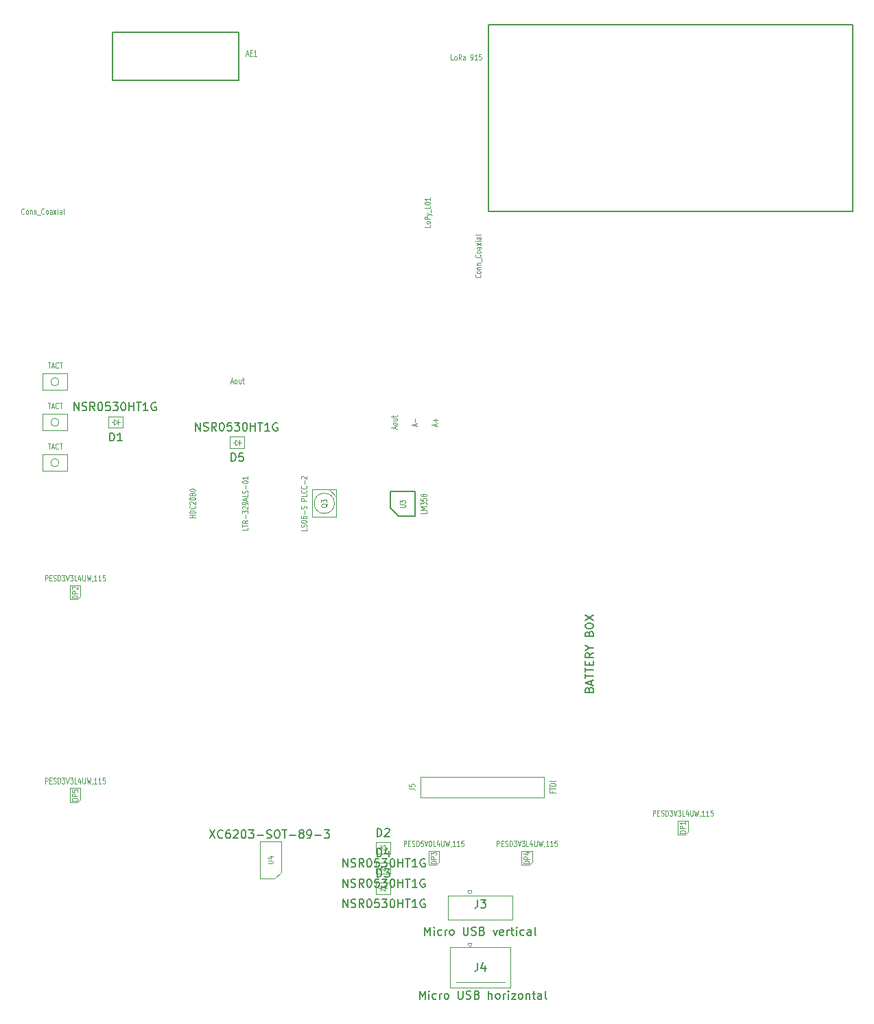
<source format=gbr>
G04 #@! TF.FileFunction,Other,Fab,Top*
%FSLAX46Y46*%
G04 Gerber Fmt 4.6, Leading zero omitted, Abs format (unit mm)*
G04 Created by KiCad (PCBNEW 4.0.7-e2-6376~61~ubuntu18.04.1) date Thu Aug  9 16:35:42 2018*
%MOMM*%
%LPD*%
G01*
G04 APERTURE LIST*
%ADD10C,0.100000*%
%ADD11C,0.150000*%
%ADD12C,0.090000*%
%ADD13C,0.120000*%
G04 APERTURE END LIST*
D10*
X130420000Y-125510000D02*
X129630000Y-126300000D01*
X127820000Y-126300000D02*
X127820000Y-121700000D01*
X127820000Y-121700000D02*
X130420000Y-121700000D01*
X130420000Y-121700000D02*
X130420000Y-125510000D01*
X129630000Y-126300000D02*
X127820000Y-126300000D01*
X151000000Y-131390000D02*
X151000000Y-128390000D01*
X159000000Y-131390000D02*
X159000000Y-128390000D01*
X151000000Y-131390000D02*
X159000000Y-131390000D01*
X159000000Y-128390000D02*
X151000000Y-128390000D01*
X153700000Y-128150000D02*
X153475000Y-127975000D01*
X153475000Y-127750000D02*
X153925000Y-127750000D01*
X153700000Y-128150000D02*
X153925000Y-127975000D01*
X153475000Y-127975000D02*
X153475000Y-127750000D01*
X153925000Y-127750000D02*
X153925000Y-127975000D01*
X180650000Y-120530000D02*
X180330000Y-120850000D01*
X179350000Y-120850000D02*
X180330000Y-120850000D01*
X180650000Y-120530000D02*
X180650000Y-119150000D01*
X179350000Y-120850000D02*
X179350000Y-119150000D01*
X179350000Y-119150000D02*
X180650000Y-119150000D01*
X105650000Y-91530000D02*
X105330000Y-91850000D01*
X104350000Y-91850000D02*
X105330000Y-91850000D01*
X105650000Y-91530000D02*
X105650000Y-90150000D01*
X104350000Y-91850000D02*
X104350000Y-90150000D01*
X104350000Y-90150000D02*
X105650000Y-90150000D01*
X149900000Y-124280000D02*
X149580000Y-124600000D01*
X148600000Y-124600000D02*
X149580000Y-124600000D01*
X149900000Y-124280000D02*
X149900000Y-122900000D01*
X148600000Y-124600000D02*
X148600000Y-122900000D01*
X148600000Y-122900000D02*
X149900000Y-122900000D01*
X161400000Y-124280000D02*
X161080000Y-124600000D01*
X160100000Y-124600000D02*
X161080000Y-124600000D01*
X161400000Y-124280000D02*
X161400000Y-122900000D01*
X160100000Y-124600000D02*
X160100000Y-122900000D01*
X160100000Y-122900000D02*
X161400000Y-122900000D01*
X105650000Y-116530000D02*
X105330000Y-116850000D01*
X104350000Y-116850000D02*
X105330000Y-116850000D01*
X105650000Y-116530000D02*
X105650000Y-115150000D01*
X104350000Y-116850000D02*
X104350000Y-115150000D01*
X104350000Y-115150000D02*
X105650000Y-115150000D01*
X147650000Y-116270000D02*
X162890000Y-116270000D01*
X162890000Y-116270000D02*
X162890000Y-113730000D01*
X162890000Y-113730000D02*
X147650000Y-113730000D01*
X147650000Y-113730000D02*
X147650000Y-116270000D01*
D11*
X143928362Y-80558194D02*
X143928362Y-78558194D01*
X143928362Y-78558194D02*
X146928362Y-78558194D01*
X146928362Y-78558194D02*
X146928362Y-81558194D01*
X146928362Y-81558194D02*
X144928362Y-81558194D01*
X144928362Y-81558194D02*
X143928362Y-80558194D01*
X125150000Y-21900000D02*
X125150000Y-27850000D01*
X109650000Y-27850000D02*
X109650000Y-21900000D01*
X125150000Y-27850000D02*
X109650000Y-27850000D01*
X109650000Y-21900000D02*
X125150000Y-21900000D01*
D10*
X137000000Y-80000000D02*
G75*
G03X137000000Y-80000000I-1250000J0D01*
G01*
X136350000Y-78300000D02*
X137250000Y-79200000D01*
X134250000Y-81700000D02*
X137250000Y-81700000D01*
X137250000Y-81700000D02*
X137250000Y-78300000D01*
X137250000Y-78300000D02*
X134250000Y-78300000D01*
X134250000Y-78300000D02*
X134250000Y-81700000D01*
X158750000Y-139750000D02*
X158750000Y-134750000D01*
X152000000Y-139051704D02*
X158000000Y-139051704D01*
X151250000Y-139751704D02*
X158750000Y-139751704D01*
X151250000Y-134750000D02*
X158750000Y-134750000D01*
X151250000Y-139750000D02*
X151250000Y-134750000D01*
X153700000Y-134650000D02*
X153500000Y-134450000D01*
X153900000Y-134450000D02*
X153700000Y-134650000D01*
X153500000Y-134240000D02*
X153900000Y-134240000D01*
X153500000Y-134240000D02*
X153500000Y-134450000D01*
X153900000Y-134240000D02*
X153900000Y-134450000D01*
D11*
X156000000Y-21000000D02*
X201000000Y-21000000D01*
X201000000Y-21000000D02*
X201000000Y-44000000D01*
X201000000Y-44000000D02*
X156000000Y-44000000D01*
X156000000Y-44000000D02*
X156000000Y-21000000D01*
D10*
X101000000Y-64000000D02*
X101000000Y-66000000D01*
X104000000Y-64000000D02*
X104000000Y-66000000D01*
X103000000Y-65000000D02*
G75*
G03X103000000Y-65000000I-500000J0D01*
G01*
X101000000Y-66000000D02*
X104000000Y-66000000D01*
X101000000Y-64000000D02*
X104000000Y-64000000D01*
X101000000Y-69000000D02*
X101000000Y-71000000D01*
X104000000Y-69000000D02*
X104000000Y-71000000D01*
X103000000Y-70000000D02*
G75*
G03X103000000Y-70000000I-500000J0D01*
G01*
X101000000Y-71000000D02*
X104000000Y-71000000D01*
X101000000Y-69000000D02*
X104000000Y-69000000D01*
X101000000Y-74000000D02*
X101000000Y-76000000D01*
X104000000Y-74000000D02*
X104000000Y-76000000D01*
X103000000Y-75000000D02*
G75*
G03X103000000Y-75000000I-500000J0D01*
G01*
X101000000Y-76000000D02*
X104000000Y-76000000D01*
X101000000Y-74000000D02*
X104000000Y-74000000D01*
X109800000Y-70000000D02*
X109550000Y-70000000D01*
X109800000Y-69650000D02*
X110300000Y-70000000D01*
X109800000Y-70350000D02*
X109800000Y-69650000D01*
X110300000Y-70000000D02*
X109800000Y-70350000D01*
X110300000Y-70000000D02*
X110500000Y-70000000D01*
X110300000Y-70350000D02*
X110300000Y-69650000D01*
X110900000Y-69300000D02*
X110900000Y-70700000D01*
X109100000Y-69300000D02*
X110900000Y-69300000D01*
X109100000Y-70700000D02*
X109100000Y-69300000D01*
X110900000Y-70700000D02*
X109100000Y-70700000D01*
X143200000Y-122500000D02*
X143450000Y-122500000D01*
X143200000Y-122850000D02*
X142700000Y-122500000D01*
X143200000Y-122150000D02*
X143200000Y-122850000D01*
X142700000Y-122500000D02*
X143200000Y-122150000D01*
X142700000Y-122500000D02*
X142500000Y-122500000D01*
X142700000Y-122150000D02*
X142700000Y-122850000D01*
X142100000Y-123200000D02*
X142100000Y-121800000D01*
X143900000Y-123200000D02*
X142100000Y-123200000D01*
X143900000Y-121800000D02*
X143900000Y-123200000D01*
X142100000Y-121800000D02*
X143900000Y-121800000D01*
X143200000Y-127500000D02*
X143450000Y-127500000D01*
X143200000Y-127850000D02*
X142700000Y-127500000D01*
X143200000Y-127150000D02*
X143200000Y-127850000D01*
X142700000Y-127500000D02*
X143200000Y-127150000D01*
X142700000Y-127500000D02*
X142500000Y-127500000D01*
X142700000Y-127150000D02*
X142700000Y-127850000D01*
X142100000Y-128200000D02*
X142100000Y-126800000D01*
X143900000Y-128200000D02*
X142100000Y-128200000D01*
X143900000Y-126800000D02*
X143900000Y-128200000D01*
X142100000Y-126800000D02*
X143900000Y-126800000D01*
X143200000Y-125000000D02*
X143450000Y-125000000D01*
X143200000Y-125350000D02*
X142700000Y-125000000D01*
X143200000Y-124650000D02*
X143200000Y-125350000D01*
X142700000Y-125000000D02*
X143200000Y-124650000D01*
X142700000Y-125000000D02*
X142500000Y-125000000D01*
X142700000Y-124650000D02*
X142700000Y-125350000D01*
X142100000Y-125700000D02*
X142100000Y-124300000D01*
X143900000Y-125700000D02*
X142100000Y-125700000D01*
X143900000Y-124300000D02*
X143900000Y-125700000D01*
X142100000Y-124300000D02*
X143900000Y-124300000D01*
X124800000Y-72500000D02*
X124550000Y-72500000D01*
X124800000Y-72150000D02*
X125300000Y-72500000D01*
X124800000Y-72850000D02*
X124800000Y-72150000D01*
X125300000Y-72500000D02*
X124800000Y-72850000D01*
X125300000Y-72500000D02*
X125500000Y-72500000D01*
X125300000Y-72850000D02*
X125300000Y-72150000D01*
X125900000Y-71800000D02*
X125900000Y-73200000D01*
X124100000Y-71800000D02*
X125900000Y-71800000D01*
X124100000Y-73200000D02*
X124100000Y-71800000D01*
X125900000Y-73200000D02*
X124100000Y-73200000D01*
D11*
X121595238Y-120302381D02*
X122261905Y-121302381D01*
X122261905Y-120302381D02*
X121595238Y-121302381D01*
X123214286Y-121207143D02*
X123166667Y-121254762D01*
X123023810Y-121302381D01*
X122928572Y-121302381D01*
X122785714Y-121254762D01*
X122690476Y-121159524D01*
X122642857Y-121064286D01*
X122595238Y-120873810D01*
X122595238Y-120730952D01*
X122642857Y-120540476D01*
X122690476Y-120445238D01*
X122785714Y-120350000D01*
X122928572Y-120302381D01*
X123023810Y-120302381D01*
X123166667Y-120350000D01*
X123214286Y-120397619D01*
X124071429Y-120302381D02*
X123880952Y-120302381D01*
X123785714Y-120350000D01*
X123738095Y-120397619D01*
X123642857Y-120540476D01*
X123595238Y-120730952D01*
X123595238Y-121111905D01*
X123642857Y-121207143D01*
X123690476Y-121254762D01*
X123785714Y-121302381D01*
X123976191Y-121302381D01*
X124071429Y-121254762D01*
X124119048Y-121207143D01*
X124166667Y-121111905D01*
X124166667Y-120873810D01*
X124119048Y-120778571D01*
X124071429Y-120730952D01*
X123976191Y-120683333D01*
X123785714Y-120683333D01*
X123690476Y-120730952D01*
X123642857Y-120778571D01*
X123595238Y-120873810D01*
X124547619Y-120397619D02*
X124595238Y-120350000D01*
X124690476Y-120302381D01*
X124928572Y-120302381D01*
X125023810Y-120350000D01*
X125071429Y-120397619D01*
X125119048Y-120492857D01*
X125119048Y-120588095D01*
X125071429Y-120730952D01*
X124500000Y-121302381D01*
X125119048Y-121302381D01*
X125738095Y-120302381D02*
X125833334Y-120302381D01*
X125928572Y-120350000D01*
X125976191Y-120397619D01*
X126023810Y-120492857D01*
X126071429Y-120683333D01*
X126071429Y-120921429D01*
X126023810Y-121111905D01*
X125976191Y-121207143D01*
X125928572Y-121254762D01*
X125833334Y-121302381D01*
X125738095Y-121302381D01*
X125642857Y-121254762D01*
X125595238Y-121207143D01*
X125547619Y-121111905D01*
X125500000Y-120921429D01*
X125500000Y-120683333D01*
X125547619Y-120492857D01*
X125595238Y-120397619D01*
X125642857Y-120350000D01*
X125738095Y-120302381D01*
X126404762Y-120302381D02*
X127023810Y-120302381D01*
X126690476Y-120683333D01*
X126833334Y-120683333D01*
X126928572Y-120730952D01*
X126976191Y-120778571D01*
X127023810Y-120873810D01*
X127023810Y-121111905D01*
X126976191Y-121207143D01*
X126928572Y-121254762D01*
X126833334Y-121302381D01*
X126547619Y-121302381D01*
X126452381Y-121254762D01*
X126404762Y-121207143D01*
X127452381Y-120921429D02*
X128214286Y-120921429D01*
X128642857Y-121254762D02*
X128785714Y-121302381D01*
X129023810Y-121302381D01*
X129119048Y-121254762D01*
X129166667Y-121207143D01*
X129214286Y-121111905D01*
X129214286Y-121016667D01*
X129166667Y-120921429D01*
X129119048Y-120873810D01*
X129023810Y-120826190D01*
X128833333Y-120778571D01*
X128738095Y-120730952D01*
X128690476Y-120683333D01*
X128642857Y-120588095D01*
X128642857Y-120492857D01*
X128690476Y-120397619D01*
X128738095Y-120350000D01*
X128833333Y-120302381D01*
X129071429Y-120302381D01*
X129214286Y-120350000D01*
X129833333Y-120302381D02*
X130023810Y-120302381D01*
X130119048Y-120350000D01*
X130214286Y-120445238D01*
X130261905Y-120635714D01*
X130261905Y-120969048D01*
X130214286Y-121159524D01*
X130119048Y-121254762D01*
X130023810Y-121302381D01*
X129833333Y-121302381D01*
X129738095Y-121254762D01*
X129642857Y-121159524D01*
X129595238Y-120969048D01*
X129595238Y-120635714D01*
X129642857Y-120445238D01*
X129738095Y-120350000D01*
X129833333Y-120302381D01*
X130547619Y-120302381D02*
X131119048Y-120302381D01*
X130833333Y-121302381D02*
X130833333Y-120302381D01*
X131452381Y-120921429D02*
X132214286Y-120921429D01*
X132833333Y-120730952D02*
X132738095Y-120683333D01*
X132690476Y-120635714D01*
X132642857Y-120540476D01*
X132642857Y-120492857D01*
X132690476Y-120397619D01*
X132738095Y-120350000D01*
X132833333Y-120302381D01*
X133023810Y-120302381D01*
X133119048Y-120350000D01*
X133166667Y-120397619D01*
X133214286Y-120492857D01*
X133214286Y-120540476D01*
X133166667Y-120635714D01*
X133119048Y-120683333D01*
X133023810Y-120730952D01*
X132833333Y-120730952D01*
X132738095Y-120778571D01*
X132690476Y-120826190D01*
X132642857Y-120921429D01*
X132642857Y-121111905D01*
X132690476Y-121207143D01*
X132738095Y-121254762D01*
X132833333Y-121302381D01*
X133023810Y-121302381D01*
X133119048Y-121254762D01*
X133166667Y-121207143D01*
X133214286Y-121111905D01*
X133214286Y-120921429D01*
X133166667Y-120826190D01*
X133119048Y-120778571D01*
X133023810Y-120730952D01*
X133690476Y-121302381D02*
X133880952Y-121302381D01*
X133976191Y-121254762D01*
X134023810Y-121207143D01*
X134119048Y-121064286D01*
X134166667Y-120873810D01*
X134166667Y-120492857D01*
X134119048Y-120397619D01*
X134071429Y-120350000D01*
X133976191Y-120302381D01*
X133785714Y-120302381D01*
X133690476Y-120350000D01*
X133642857Y-120397619D01*
X133595238Y-120492857D01*
X133595238Y-120730952D01*
X133642857Y-120826190D01*
X133690476Y-120873810D01*
X133785714Y-120921429D01*
X133976191Y-120921429D01*
X134071429Y-120873810D01*
X134119048Y-120826190D01*
X134166667Y-120730952D01*
X134595238Y-120921429D02*
X135357143Y-120921429D01*
X135738095Y-120302381D02*
X136357143Y-120302381D01*
X136023809Y-120683333D01*
X136166667Y-120683333D01*
X136261905Y-120730952D01*
X136309524Y-120778571D01*
X136357143Y-120873810D01*
X136357143Y-121111905D01*
X136309524Y-121207143D01*
X136261905Y-121254762D01*
X136166667Y-121302381D01*
X135880952Y-121302381D01*
X135785714Y-121254762D01*
X135738095Y-121207143D01*
D12*
X128791429Y-124457143D02*
X129277143Y-124457143D01*
X129334286Y-124428571D01*
X129362857Y-124400000D01*
X129391429Y-124342857D01*
X129391429Y-124228571D01*
X129362857Y-124171429D01*
X129334286Y-124142857D01*
X129277143Y-124114286D01*
X128791429Y-124114286D01*
X128991429Y-123571429D02*
X129391429Y-123571429D01*
X128762857Y-123714286D02*
X129191429Y-123857143D01*
X129191429Y-123485715D01*
D13*
X155000000Y-51804762D02*
X155033333Y-51830952D01*
X155066667Y-51909524D01*
X155066667Y-51961905D01*
X155033333Y-52040476D01*
X154966667Y-52092857D01*
X154900000Y-52119048D01*
X154766667Y-52145238D01*
X154666667Y-52145238D01*
X154533333Y-52119048D01*
X154466667Y-52092857D01*
X154400000Y-52040476D01*
X154366667Y-51961905D01*
X154366667Y-51909524D01*
X154400000Y-51830952D01*
X154433333Y-51804762D01*
X155066667Y-51490476D02*
X155033333Y-51542857D01*
X155000000Y-51569048D01*
X154933333Y-51595238D01*
X154733333Y-51595238D01*
X154666667Y-51569048D01*
X154633333Y-51542857D01*
X154600000Y-51490476D01*
X154600000Y-51411905D01*
X154633333Y-51359524D01*
X154666667Y-51333333D01*
X154733333Y-51307143D01*
X154933333Y-51307143D01*
X155000000Y-51333333D01*
X155033333Y-51359524D01*
X155066667Y-51411905D01*
X155066667Y-51490476D01*
X154600000Y-51071429D02*
X155066667Y-51071429D01*
X154666667Y-51071429D02*
X154633333Y-51045238D01*
X154600000Y-50992857D01*
X154600000Y-50914286D01*
X154633333Y-50861905D01*
X154700000Y-50835714D01*
X155066667Y-50835714D01*
X154600000Y-50573810D02*
X155066667Y-50573810D01*
X154666667Y-50573810D02*
X154633333Y-50547619D01*
X154600000Y-50495238D01*
X154600000Y-50416667D01*
X154633333Y-50364286D01*
X154700000Y-50338095D01*
X155066667Y-50338095D01*
X155133333Y-50207143D02*
X155133333Y-49788095D01*
X155000000Y-49342857D02*
X155033333Y-49369047D01*
X155066667Y-49447619D01*
X155066667Y-49500000D01*
X155033333Y-49578571D01*
X154966667Y-49630952D01*
X154900000Y-49657143D01*
X154766667Y-49683333D01*
X154666667Y-49683333D01*
X154533333Y-49657143D01*
X154466667Y-49630952D01*
X154400000Y-49578571D01*
X154366667Y-49500000D01*
X154366667Y-49447619D01*
X154400000Y-49369047D01*
X154433333Y-49342857D01*
X155066667Y-49028571D02*
X155033333Y-49080952D01*
X155000000Y-49107143D01*
X154933333Y-49133333D01*
X154733333Y-49133333D01*
X154666667Y-49107143D01*
X154633333Y-49080952D01*
X154600000Y-49028571D01*
X154600000Y-48950000D01*
X154633333Y-48897619D01*
X154666667Y-48871428D01*
X154733333Y-48845238D01*
X154933333Y-48845238D01*
X155000000Y-48871428D01*
X155033333Y-48897619D01*
X155066667Y-48950000D01*
X155066667Y-49028571D01*
X155066667Y-48373809D02*
X154700000Y-48373809D01*
X154633333Y-48400000D01*
X154600000Y-48452381D01*
X154600000Y-48557143D01*
X154633333Y-48609524D01*
X155033333Y-48373809D02*
X155066667Y-48426190D01*
X155066667Y-48557143D01*
X155033333Y-48609524D01*
X154966667Y-48635714D01*
X154900000Y-48635714D01*
X154833333Y-48609524D01*
X154800000Y-48557143D01*
X154800000Y-48426190D01*
X154766667Y-48373809D01*
X155066667Y-48164286D02*
X154600000Y-47876190D01*
X154600000Y-48164286D02*
X155066667Y-47876190D01*
X155066667Y-47666667D02*
X154600000Y-47666667D01*
X154366667Y-47666667D02*
X154400000Y-47692857D01*
X154433333Y-47666667D01*
X154400000Y-47640476D01*
X154366667Y-47666667D01*
X154433333Y-47666667D01*
X155066667Y-47169047D02*
X154700000Y-47169047D01*
X154633333Y-47195238D01*
X154600000Y-47247619D01*
X154600000Y-47352381D01*
X154633333Y-47404762D01*
X155033333Y-47169047D02*
X155066667Y-47221428D01*
X155066667Y-47352381D01*
X155033333Y-47404762D01*
X154966667Y-47430952D01*
X154900000Y-47430952D01*
X154833333Y-47404762D01*
X154800000Y-47352381D01*
X154800000Y-47221428D01*
X154766667Y-47169047D01*
X155066667Y-46828571D02*
X155033333Y-46880952D01*
X154966667Y-46907143D01*
X154366667Y-46907143D01*
D11*
X148165475Y-133277381D02*
X148165475Y-132277381D01*
X148498809Y-132991667D01*
X148832142Y-132277381D01*
X148832142Y-133277381D01*
X149308332Y-133277381D02*
X149308332Y-132610714D01*
X149308332Y-132277381D02*
X149260713Y-132325000D01*
X149308332Y-132372619D01*
X149355951Y-132325000D01*
X149308332Y-132277381D01*
X149308332Y-132372619D01*
X150213094Y-133229762D02*
X150117856Y-133277381D01*
X149927379Y-133277381D01*
X149832141Y-133229762D01*
X149784522Y-133182143D01*
X149736903Y-133086905D01*
X149736903Y-132801190D01*
X149784522Y-132705952D01*
X149832141Y-132658333D01*
X149927379Y-132610714D01*
X150117856Y-132610714D01*
X150213094Y-132658333D01*
X150641665Y-133277381D02*
X150641665Y-132610714D01*
X150641665Y-132801190D02*
X150689284Y-132705952D01*
X150736903Y-132658333D01*
X150832141Y-132610714D01*
X150927380Y-132610714D01*
X151403570Y-133277381D02*
X151308332Y-133229762D01*
X151260713Y-133182143D01*
X151213094Y-133086905D01*
X151213094Y-132801190D01*
X151260713Y-132705952D01*
X151308332Y-132658333D01*
X151403570Y-132610714D01*
X151546428Y-132610714D01*
X151641666Y-132658333D01*
X151689285Y-132705952D01*
X151736904Y-132801190D01*
X151736904Y-133086905D01*
X151689285Y-133182143D01*
X151641666Y-133229762D01*
X151546428Y-133277381D01*
X151403570Y-133277381D01*
X152927380Y-132277381D02*
X152927380Y-133086905D01*
X152974999Y-133182143D01*
X153022618Y-133229762D01*
X153117856Y-133277381D01*
X153308333Y-133277381D01*
X153403571Y-133229762D01*
X153451190Y-133182143D01*
X153498809Y-133086905D01*
X153498809Y-132277381D01*
X153927380Y-133229762D02*
X154070237Y-133277381D01*
X154308333Y-133277381D01*
X154403571Y-133229762D01*
X154451190Y-133182143D01*
X154498809Y-133086905D01*
X154498809Y-132991667D01*
X154451190Y-132896429D01*
X154403571Y-132848810D01*
X154308333Y-132801190D01*
X154117856Y-132753571D01*
X154022618Y-132705952D01*
X153974999Y-132658333D01*
X153927380Y-132563095D01*
X153927380Y-132467857D01*
X153974999Y-132372619D01*
X154022618Y-132325000D01*
X154117856Y-132277381D01*
X154355952Y-132277381D01*
X154498809Y-132325000D01*
X155260714Y-132753571D02*
X155403571Y-132801190D01*
X155451190Y-132848810D01*
X155498809Y-132944048D01*
X155498809Y-133086905D01*
X155451190Y-133182143D01*
X155403571Y-133229762D01*
X155308333Y-133277381D01*
X154927380Y-133277381D01*
X154927380Y-132277381D01*
X155260714Y-132277381D01*
X155355952Y-132325000D01*
X155403571Y-132372619D01*
X155451190Y-132467857D01*
X155451190Y-132563095D01*
X155403571Y-132658333D01*
X155355952Y-132705952D01*
X155260714Y-132753571D01*
X154927380Y-132753571D01*
X156594047Y-132610714D02*
X156832142Y-133277381D01*
X157070238Y-132610714D01*
X157832143Y-133229762D02*
X157736905Y-133277381D01*
X157546428Y-133277381D01*
X157451190Y-133229762D01*
X157403571Y-133134524D01*
X157403571Y-132753571D01*
X157451190Y-132658333D01*
X157546428Y-132610714D01*
X157736905Y-132610714D01*
X157832143Y-132658333D01*
X157879762Y-132753571D01*
X157879762Y-132848810D01*
X157403571Y-132944048D01*
X158308333Y-133277381D02*
X158308333Y-132610714D01*
X158308333Y-132801190D02*
X158355952Y-132705952D01*
X158403571Y-132658333D01*
X158498809Y-132610714D01*
X158594048Y-132610714D01*
X158784524Y-132610714D02*
X159165476Y-132610714D01*
X158927381Y-132277381D02*
X158927381Y-133134524D01*
X158975000Y-133229762D01*
X159070238Y-133277381D01*
X159165476Y-133277381D01*
X159498810Y-133277381D02*
X159498810Y-132610714D01*
X159498810Y-132277381D02*
X159451191Y-132325000D01*
X159498810Y-132372619D01*
X159546429Y-132325000D01*
X159498810Y-132277381D01*
X159498810Y-132372619D01*
X160403572Y-133229762D02*
X160308334Y-133277381D01*
X160117857Y-133277381D01*
X160022619Y-133229762D01*
X159975000Y-133182143D01*
X159927381Y-133086905D01*
X159927381Y-132801190D01*
X159975000Y-132705952D01*
X160022619Y-132658333D01*
X160117857Y-132610714D01*
X160308334Y-132610714D01*
X160403572Y-132658333D01*
X161260715Y-133277381D02*
X161260715Y-132753571D01*
X161213096Y-132658333D01*
X161117858Y-132610714D01*
X160927381Y-132610714D01*
X160832143Y-132658333D01*
X161260715Y-133229762D02*
X161165477Y-133277381D01*
X160927381Y-133277381D01*
X160832143Y-133229762D01*
X160784524Y-133134524D01*
X160784524Y-133039286D01*
X160832143Y-132944048D01*
X160927381Y-132896429D01*
X161165477Y-132896429D01*
X161260715Y-132848810D01*
X161879762Y-133277381D02*
X161784524Y-133229762D01*
X161736905Y-133134524D01*
X161736905Y-132277381D01*
X154666667Y-128902381D02*
X154666667Y-129616667D01*
X154619047Y-129759524D01*
X154523809Y-129854762D01*
X154380952Y-129902381D01*
X154285714Y-129902381D01*
X155047619Y-128902381D02*
X155666667Y-128902381D01*
X155333333Y-129283333D01*
X155476191Y-129283333D01*
X155571429Y-129330952D01*
X155619048Y-129378571D01*
X155666667Y-129473810D01*
X155666667Y-129711905D01*
X155619048Y-129807143D01*
X155571429Y-129854762D01*
X155476191Y-129902381D01*
X155190476Y-129902381D01*
X155095238Y-129854762D01*
X155047619Y-129807143D01*
D13*
X176307141Y-118566667D02*
X176307141Y-117866667D01*
X176516665Y-117866667D01*
X176569046Y-117900000D01*
X176595237Y-117933333D01*
X176621427Y-118000000D01*
X176621427Y-118100000D01*
X176595237Y-118166667D01*
X176569046Y-118200000D01*
X176516665Y-118233333D01*
X176307141Y-118233333D01*
X176857141Y-118200000D02*
X177040475Y-118200000D01*
X177119046Y-118566667D02*
X176857141Y-118566667D01*
X176857141Y-117866667D01*
X177119046Y-117866667D01*
X177328570Y-118533333D02*
X177407141Y-118566667D01*
X177538094Y-118566667D01*
X177590475Y-118533333D01*
X177616665Y-118500000D01*
X177642856Y-118433333D01*
X177642856Y-118366667D01*
X177616665Y-118300000D01*
X177590475Y-118266667D01*
X177538094Y-118233333D01*
X177433332Y-118200000D01*
X177380951Y-118166667D01*
X177354760Y-118133333D01*
X177328570Y-118066667D01*
X177328570Y-118000000D01*
X177354760Y-117933333D01*
X177380951Y-117900000D01*
X177433332Y-117866667D01*
X177564284Y-117866667D01*
X177642856Y-117900000D01*
X177878570Y-118566667D02*
X177878570Y-117866667D01*
X178009523Y-117866667D01*
X178088094Y-117900000D01*
X178140475Y-117966667D01*
X178166666Y-118033333D01*
X178192856Y-118166667D01*
X178192856Y-118266667D01*
X178166666Y-118400000D01*
X178140475Y-118466667D01*
X178088094Y-118533333D01*
X178009523Y-118566667D01*
X177878570Y-118566667D01*
X178376189Y-117866667D02*
X178716666Y-117866667D01*
X178533332Y-118133333D01*
X178611904Y-118133333D01*
X178664285Y-118166667D01*
X178690475Y-118200000D01*
X178716666Y-118266667D01*
X178716666Y-118433333D01*
X178690475Y-118500000D01*
X178664285Y-118533333D01*
X178611904Y-118566667D01*
X178454761Y-118566667D01*
X178402380Y-118533333D01*
X178376189Y-118500000D01*
X178873809Y-117866667D02*
X179057142Y-118566667D01*
X179240476Y-117866667D01*
X179371428Y-117866667D02*
X179711905Y-117866667D01*
X179528571Y-118133333D01*
X179607143Y-118133333D01*
X179659524Y-118166667D01*
X179685714Y-118200000D01*
X179711905Y-118266667D01*
X179711905Y-118433333D01*
X179685714Y-118500000D01*
X179659524Y-118533333D01*
X179607143Y-118566667D01*
X179450000Y-118566667D01*
X179397619Y-118533333D01*
X179371428Y-118500000D01*
X180209524Y-118566667D02*
X179947619Y-118566667D01*
X179947619Y-117866667D01*
X180628572Y-118100000D02*
X180628572Y-118566667D01*
X180497619Y-117833333D02*
X180366667Y-118333333D01*
X180707143Y-118333333D01*
X180916667Y-117866667D02*
X180916667Y-118433333D01*
X180942858Y-118500000D01*
X180969048Y-118533333D01*
X181021429Y-118566667D01*
X181126191Y-118566667D01*
X181178572Y-118533333D01*
X181204763Y-118500000D01*
X181230953Y-118433333D01*
X181230953Y-117866667D01*
X181440476Y-117866667D02*
X181571429Y-118566667D01*
X181676191Y-118066667D01*
X181780953Y-118566667D01*
X181911905Y-117866667D01*
X182147619Y-118533333D02*
X182147619Y-118566667D01*
X182121428Y-118633333D01*
X182095238Y-118666667D01*
X182671429Y-118566667D02*
X182357143Y-118566667D01*
X182514286Y-118566667D02*
X182514286Y-117866667D01*
X182461905Y-117966667D01*
X182409524Y-118033333D01*
X182357143Y-118066667D01*
X183195239Y-118566667D02*
X182880953Y-118566667D01*
X183038096Y-118566667D02*
X183038096Y-117866667D01*
X182985715Y-117966667D01*
X182933334Y-118033333D01*
X182880953Y-118066667D01*
X183692858Y-117866667D02*
X183430953Y-117866667D01*
X183404763Y-118200000D01*
X183430953Y-118166667D01*
X183483334Y-118133333D01*
X183614287Y-118133333D01*
X183666668Y-118166667D01*
X183692858Y-118200000D01*
X183719049Y-118266667D01*
X183719049Y-118433333D01*
X183692858Y-118500000D01*
X183666668Y-118533333D01*
X183614287Y-118566667D01*
X183483334Y-118566667D01*
X183430953Y-118533333D01*
X183404763Y-118500000D01*
X180316667Y-120680953D02*
X179616667Y-120680953D01*
X179616667Y-120550000D01*
X179650000Y-120471429D01*
X179716667Y-120419048D01*
X179783333Y-120392857D01*
X179916667Y-120366667D01*
X180016667Y-120366667D01*
X180150000Y-120392857D01*
X180216667Y-120419048D01*
X180283333Y-120471429D01*
X180316667Y-120550000D01*
X180316667Y-120680953D01*
X180316667Y-120130953D02*
X179616667Y-120130953D01*
X179616667Y-119921429D01*
X179650000Y-119869048D01*
X179683333Y-119842857D01*
X179750000Y-119816667D01*
X179850000Y-119816667D01*
X179916667Y-119842857D01*
X179950000Y-119869048D01*
X179983333Y-119921429D01*
X179983333Y-120130953D01*
X180316667Y-119292857D02*
X180316667Y-119607143D01*
X180316667Y-119450000D02*
X179616667Y-119450000D01*
X179716667Y-119502381D01*
X179783333Y-119554762D01*
X179816667Y-119607143D01*
X101307141Y-89566667D02*
X101307141Y-88866667D01*
X101516665Y-88866667D01*
X101569046Y-88900000D01*
X101595237Y-88933333D01*
X101621427Y-89000000D01*
X101621427Y-89100000D01*
X101595237Y-89166667D01*
X101569046Y-89200000D01*
X101516665Y-89233333D01*
X101307141Y-89233333D01*
X101857141Y-89200000D02*
X102040475Y-89200000D01*
X102119046Y-89566667D02*
X101857141Y-89566667D01*
X101857141Y-88866667D01*
X102119046Y-88866667D01*
X102328570Y-89533333D02*
X102407141Y-89566667D01*
X102538094Y-89566667D01*
X102590475Y-89533333D01*
X102616665Y-89500000D01*
X102642856Y-89433333D01*
X102642856Y-89366667D01*
X102616665Y-89300000D01*
X102590475Y-89266667D01*
X102538094Y-89233333D01*
X102433332Y-89200000D01*
X102380951Y-89166667D01*
X102354760Y-89133333D01*
X102328570Y-89066667D01*
X102328570Y-89000000D01*
X102354760Y-88933333D01*
X102380951Y-88900000D01*
X102433332Y-88866667D01*
X102564284Y-88866667D01*
X102642856Y-88900000D01*
X102878570Y-89566667D02*
X102878570Y-88866667D01*
X103009523Y-88866667D01*
X103088094Y-88900000D01*
X103140475Y-88966667D01*
X103166666Y-89033333D01*
X103192856Y-89166667D01*
X103192856Y-89266667D01*
X103166666Y-89400000D01*
X103140475Y-89466667D01*
X103088094Y-89533333D01*
X103009523Y-89566667D01*
X102878570Y-89566667D01*
X103376189Y-88866667D02*
X103716666Y-88866667D01*
X103533332Y-89133333D01*
X103611904Y-89133333D01*
X103664285Y-89166667D01*
X103690475Y-89200000D01*
X103716666Y-89266667D01*
X103716666Y-89433333D01*
X103690475Y-89500000D01*
X103664285Y-89533333D01*
X103611904Y-89566667D01*
X103454761Y-89566667D01*
X103402380Y-89533333D01*
X103376189Y-89500000D01*
X103873809Y-88866667D02*
X104057142Y-89566667D01*
X104240476Y-88866667D01*
X104371428Y-88866667D02*
X104711905Y-88866667D01*
X104528571Y-89133333D01*
X104607143Y-89133333D01*
X104659524Y-89166667D01*
X104685714Y-89200000D01*
X104711905Y-89266667D01*
X104711905Y-89433333D01*
X104685714Y-89500000D01*
X104659524Y-89533333D01*
X104607143Y-89566667D01*
X104450000Y-89566667D01*
X104397619Y-89533333D01*
X104371428Y-89500000D01*
X105209524Y-89566667D02*
X104947619Y-89566667D01*
X104947619Y-88866667D01*
X105628572Y-89100000D02*
X105628572Y-89566667D01*
X105497619Y-88833333D02*
X105366667Y-89333333D01*
X105707143Y-89333333D01*
X105916667Y-88866667D02*
X105916667Y-89433333D01*
X105942858Y-89500000D01*
X105969048Y-89533333D01*
X106021429Y-89566667D01*
X106126191Y-89566667D01*
X106178572Y-89533333D01*
X106204763Y-89500000D01*
X106230953Y-89433333D01*
X106230953Y-88866667D01*
X106440476Y-88866667D02*
X106571429Y-89566667D01*
X106676191Y-89066667D01*
X106780953Y-89566667D01*
X106911905Y-88866667D01*
X107147619Y-89533333D02*
X107147619Y-89566667D01*
X107121428Y-89633333D01*
X107095238Y-89666667D01*
X107671429Y-89566667D02*
X107357143Y-89566667D01*
X107514286Y-89566667D02*
X107514286Y-88866667D01*
X107461905Y-88966667D01*
X107409524Y-89033333D01*
X107357143Y-89066667D01*
X108195239Y-89566667D02*
X107880953Y-89566667D01*
X108038096Y-89566667D02*
X108038096Y-88866667D01*
X107985715Y-88966667D01*
X107933334Y-89033333D01*
X107880953Y-89066667D01*
X108692858Y-88866667D02*
X108430953Y-88866667D01*
X108404763Y-89200000D01*
X108430953Y-89166667D01*
X108483334Y-89133333D01*
X108614287Y-89133333D01*
X108666668Y-89166667D01*
X108692858Y-89200000D01*
X108719049Y-89266667D01*
X108719049Y-89433333D01*
X108692858Y-89500000D01*
X108666668Y-89533333D01*
X108614287Y-89566667D01*
X108483334Y-89566667D01*
X108430953Y-89533333D01*
X108404763Y-89500000D01*
X105316667Y-91680953D02*
X104616667Y-91680953D01*
X104616667Y-91550000D01*
X104650000Y-91471429D01*
X104716667Y-91419048D01*
X104783333Y-91392857D01*
X104916667Y-91366667D01*
X105016667Y-91366667D01*
X105150000Y-91392857D01*
X105216667Y-91419048D01*
X105283333Y-91471429D01*
X105316667Y-91550000D01*
X105316667Y-91680953D01*
X105316667Y-91130953D02*
X104616667Y-91130953D01*
X104616667Y-90921429D01*
X104650000Y-90869048D01*
X104683333Y-90842857D01*
X104750000Y-90816667D01*
X104850000Y-90816667D01*
X104916667Y-90842857D01*
X104950000Y-90869048D01*
X104983333Y-90921429D01*
X104983333Y-91130953D01*
X104683333Y-90607143D02*
X104650000Y-90580953D01*
X104616667Y-90528572D01*
X104616667Y-90397619D01*
X104650000Y-90345238D01*
X104683333Y-90319048D01*
X104750000Y-90292857D01*
X104816667Y-90292857D01*
X104916667Y-90319048D01*
X105316667Y-90633334D01*
X105316667Y-90292857D01*
X145557141Y-122316667D02*
X145557141Y-121616667D01*
X145766665Y-121616667D01*
X145819046Y-121650000D01*
X145845237Y-121683333D01*
X145871427Y-121750000D01*
X145871427Y-121850000D01*
X145845237Y-121916667D01*
X145819046Y-121950000D01*
X145766665Y-121983333D01*
X145557141Y-121983333D01*
X146107141Y-121950000D02*
X146290475Y-121950000D01*
X146369046Y-122316667D02*
X146107141Y-122316667D01*
X146107141Y-121616667D01*
X146369046Y-121616667D01*
X146578570Y-122283333D02*
X146657141Y-122316667D01*
X146788094Y-122316667D01*
X146840475Y-122283333D01*
X146866665Y-122250000D01*
X146892856Y-122183333D01*
X146892856Y-122116667D01*
X146866665Y-122050000D01*
X146840475Y-122016667D01*
X146788094Y-121983333D01*
X146683332Y-121950000D01*
X146630951Y-121916667D01*
X146604760Y-121883333D01*
X146578570Y-121816667D01*
X146578570Y-121750000D01*
X146604760Y-121683333D01*
X146630951Y-121650000D01*
X146683332Y-121616667D01*
X146814284Y-121616667D01*
X146892856Y-121650000D01*
X147128570Y-122316667D02*
X147128570Y-121616667D01*
X147259523Y-121616667D01*
X147338094Y-121650000D01*
X147390475Y-121716667D01*
X147416666Y-121783333D01*
X147442856Y-121916667D01*
X147442856Y-122016667D01*
X147416666Y-122150000D01*
X147390475Y-122216667D01*
X147338094Y-122283333D01*
X147259523Y-122316667D01*
X147128570Y-122316667D01*
X147940475Y-121616667D02*
X147678570Y-121616667D01*
X147652380Y-121950000D01*
X147678570Y-121916667D01*
X147730951Y-121883333D01*
X147861904Y-121883333D01*
X147914285Y-121916667D01*
X147940475Y-121950000D01*
X147966666Y-122016667D01*
X147966666Y-122183333D01*
X147940475Y-122250000D01*
X147914285Y-122283333D01*
X147861904Y-122316667D01*
X147730951Y-122316667D01*
X147678570Y-122283333D01*
X147652380Y-122250000D01*
X148123809Y-121616667D02*
X148307142Y-122316667D01*
X148490476Y-121616667D01*
X148778571Y-121616667D02*
X148830952Y-121616667D01*
X148883333Y-121650000D01*
X148909524Y-121683333D01*
X148935714Y-121750000D01*
X148961905Y-121883333D01*
X148961905Y-122050000D01*
X148935714Y-122183333D01*
X148909524Y-122250000D01*
X148883333Y-122283333D01*
X148830952Y-122316667D01*
X148778571Y-122316667D01*
X148726190Y-122283333D01*
X148700000Y-122250000D01*
X148673809Y-122183333D01*
X148647619Y-122050000D01*
X148647619Y-121883333D01*
X148673809Y-121750000D01*
X148700000Y-121683333D01*
X148726190Y-121650000D01*
X148778571Y-121616667D01*
X149459524Y-122316667D02*
X149197619Y-122316667D01*
X149197619Y-121616667D01*
X149878572Y-121850000D02*
X149878572Y-122316667D01*
X149747619Y-121583333D02*
X149616667Y-122083333D01*
X149957143Y-122083333D01*
X150166667Y-121616667D02*
X150166667Y-122183333D01*
X150192858Y-122250000D01*
X150219048Y-122283333D01*
X150271429Y-122316667D01*
X150376191Y-122316667D01*
X150428572Y-122283333D01*
X150454763Y-122250000D01*
X150480953Y-122183333D01*
X150480953Y-121616667D01*
X150690476Y-121616667D02*
X150821429Y-122316667D01*
X150926191Y-121816667D01*
X151030953Y-122316667D01*
X151161905Y-121616667D01*
X151397619Y-122283333D02*
X151397619Y-122316667D01*
X151371428Y-122383333D01*
X151345238Y-122416667D01*
X151921429Y-122316667D02*
X151607143Y-122316667D01*
X151764286Y-122316667D02*
X151764286Y-121616667D01*
X151711905Y-121716667D01*
X151659524Y-121783333D01*
X151607143Y-121816667D01*
X152445239Y-122316667D02*
X152130953Y-122316667D01*
X152288096Y-122316667D02*
X152288096Y-121616667D01*
X152235715Y-121716667D01*
X152183334Y-121783333D01*
X152130953Y-121816667D01*
X152942858Y-121616667D02*
X152680953Y-121616667D01*
X152654763Y-121950000D01*
X152680953Y-121916667D01*
X152733334Y-121883333D01*
X152864287Y-121883333D01*
X152916668Y-121916667D01*
X152942858Y-121950000D01*
X152969049Y-122016667D01*
X152969049Y-122183333D01*
X152942858Y-122250000D01*
X152916668Y-122283333D01*
X152864287Y-122316667D01*
X152733334Y-122316667D01*
X152680953Y-122283333D01*
X152654763Y-122250000D01*
X149566667Y-124430953D02*
X148866667Y-124430953D01*
X148866667Y-124300000D01*
X148900000Y-124221429D01*
X148966667Y-124169048D01*
X149033333Y-124142857D01*
X149166667Y-124116667D01*
X149266667Y-124116667D01*
X149400000Y-124142857D01*
X149466667Y-124169048D01*
X149533333Y-124221429D01*
X149566667Y-124300000D01*
X149566667Y-124430953D01*
X149566667Y-123880953D02*
X148866667Y-123880953D01*
X148866667Y-123671429D01*
X148900000Y-123619048D01*
X148933333Y-123592857D01*
X149000000Y-123566667D01*
X149100000Y-123566667D01*
X149166667Y-123592857D01*
X149200000Y-123619048D01*
X149233333Y-123671429D01*
X149233333Y-123880953D01*
X148866667Y-123383334D02*
X148866667Y-123042857D01*
X149133333Y-123226191D01*
X149133333Y-123147619D01*
X149166667Y-123095238D01*
X149200000Y-123069048D01*
X149266667Y-123042857D01*
X149433333Y-123042857D01*
X149500000Y-123069048D01*
X149533333Y-123095238D01*
X149566667Y-123147619D01*
X149566667Y-123304762D01*
X149533333Y-123357143D01*
X149500000Y-123383334D01*
X157057141Y-122316667D02*
X157057141Y-121616667D01*
X157266665Y-121616667D01*
X157319046Y-121650000D01*
X157345237Y-121683333D01*
X157371427Y-121750000D01*
X157371427Y-121850000D01*
X157345237Y-121916667D01*
X157319046Y-121950000D01*
X157266665Y-121983333D01*
X157057141Y-121983333D01*
X157607141Y-121950000D02*
X157790475Y-121950000D01*
X157869046Y-122316667D02*
X157607141Y-122316667D01*
X157607141Y-121616667D01*
X157869046Y-121616667D01*
X158078570Y-122283333D02*
X158157141Y-122316667D01*
X158288094Y-122316667D01*
X158340475Y-122283333D01*
X158366665Y-122250000D01*
X158392856Y-122183333D01*
X158392856Y-122116667D01*
X158366665Y-122050000D01*
X158340475Y-122016667D01*
X158288094Y-121983333D01*
X158183332Y-121950000D01*
X158130951Y-121916667D01*
X158104760Y-121883333D01*
X158078570Y-121816667D01*
X158078570Y-121750000D01*
X158104760Y-121683333D01*
X158130951Y-121650000D01*
X158183332Y-121616667D01*
X158314284Y-121616667D01*
X158392856Y-121650000D01*
X158628570Y-122316667D02*
X158628570Y-121616667D01*
X158759523Y-121616667D01*
X158838094Y-121650000D01*
X158890475Y-121716667D01*
X158916666Y-121783333D01*
X158942856Y-121916667D01*
X158942856Y-122016667D01*
X158916666Y-122150000D01*
X158890475Y-122216667D01*
X158838094Y-122283333D01*
X158759523Y-122316667D01*
X158628570Y-122316667D01*
X159126189Y-121616667D02*
X159466666Y-121616667D01*
X159283332Y-121883333D01*
X159361904Y-121883333D01*
X159414285Y-121916667D01*
X159440475Y-121950000D01*
X159466666Y-122016667D01*
X159466666Y-122183333D01*
X159440475Y-122250000D01*
X159414285Y-122283333D01*
X159361904Y-122316667D01*
X159204761Y-122316667D01*
X159152380Y-122283333D01*
X159126189Y-122250000D01*
X159623809Y-121616667D02*
X159807142Y-122316667D01*
X159990476Y-121616667D01*
X160121428Y-121616667D02*
X160461905Y-121616667D01*
X160278571Y-121883333D01*
X160357143Y-121883333D01*
X160409524Y-121916667D01*
X160435714Y-121950000D01*
X160461905Y-122016667D01*
X160461905Y-122183333D01*
X160435714Y-122250000D01*
X160409524Y-122283333D01*
X160357143Y-122316667D01*
X160200000Y-122316667D01*
X160147619Y-122283333D01*
X160121428Y-122250000D01*
X160959524Y-122316667D02*
X160697619Y-122316667D01*
X160697619Y-121616667D01*
X161378572Y-121850000D02*
X161378572Y-122316667D01*
X161247619Y-121583333D02*
X161116667Y-122083333D01*
X161457143Y-122083333D01*
X161666667Y-121616667D02*
X161666667Y-122183333D01*
X161692858Y-122250000D01*
X161719048Y-122283333D01*
X161771429Y-122316667D01*
X161876191Y-122316667D01*
X161928572Y-122283333D01*
X161954763Y-122250000D01*
X161980953Y-122183333D01*
X161980953Y-121616667D01*
X162190476Y-121616667D02*
X162321429Y-122316667D01*
X162426191Y-121816667D01*
X162530953Y-122316667D01*
X162661905Y-121616667D01*
X162897619Y-122283333D02*
X162897619Y-122316667D01*
X162871428Y-122383333D01*
X162845238Y-122416667D01*
X163421429Y-122316667D02*
X163107143Y-122316667D01*
X163264286Y-122316667D02*
X163264286Y-121616667D01*
X163211905Y-121716667D01*
X163159524Y-121783333D01*
X163107143Y-121816667D01*
X163945239Y-122316667D02*
X163630953Y-122316667D01*
X163788096Y-122316667D02*
X163788096Y-121616667D01*
X163735715Y-121716667D01*
X163683334Y-121783333D01*
X163630953Y-121816667D01*
X164442858Y-121616667D02*
X164180953Y-121616667D01*
X164154763Y-121950000D01*
X164180953Y-121916667D01*
X164233334Y-121883333D01*
X164364287Y-121883333D01*
X164416668Y-121916667D01*
X164442858Y-121950000D01*
X164469049Y-122016667D01*
X164469049Y-122183333D01*
X164442858Y-122250000D01*
X164416668Y-122283333D01*
X164364287Y-122316667D01*
X164233334Y-122316667D01*
X164180953Y-122283333D01*
X164154763Y-122250000D01*
X161066667Y-124430953D02*
X160366667Y-124430953D01*
X160366667Y-124300000D01*
X160400000Y-124221429D01*
X160466667Y-124169048D01*
X160533333Y-124142857D01*
X160666667Y-124116667D01*
X160766667Y-124116667D01*
X160900000Y-124142857D01*
X160966667Y-124169048D01*
X161033333Y-124221429D01*
X161066667Y-124300000D01*
X161066667Y-124430953D01*
X161066667Y-123880953D02*
X160366667Y-123880953D01*
X160366667Y-123671429D01*
X160400000Y-123619048D01*
X160433333Y-123592857D01*
X160500000Y-123566667D01*
X160600000Y-123566667D01*
X160666667Y-123592857D01*
X160700000Y-123619048D01*
X160733333Y-123671429D01*
X160733333Y-123880953D01*
X160600000Y-123095238D02*
X161066667Y-123095238D01*
X160333333Y-123226191D02*
X160833333Y-123357143D01*
X160833333Y-123016667D01*
X101307141Y-114566667D02*
X101307141Y-113866667D01*
X101516665Y-113866667D01*
X101569046Y-113900000D01*
X101595237Y-113933333D01*
X101621427Y-114000000D01*
X101621427Y-114100000D01*
X101595237Y-114166667D01*
X101569046Y-114200000D01*
X101516665Y-114233333D01*
X101307141Y-114233333D01*
X101857141Y-114200000D02*
X102040475Y-114200000D01*
X102119046Y-114566667D02*
X101857141Y-114566667D01*
X101857141Y-113866667D01*
X102119046Y-113866667D01*
X102328570Y-114533333D02*
X102407141Y-114566667D01*
X102538094Y-114566667D01*
X102590475Y-114533333D01*
X102616665Y-114500000D01*
X102642856Y-114433333D01*
X102642856Y-114366667D01*
X102616665Y-114300000D01*
X102590475Y-114266667D01*
X102538094Y-114233333D01*
X102433332Y-114200000D01*
X102380951Y-114166667D01*
X102354760Y-114133333D01*
X102328570Y-114066667D01*
X102328570Y-114000000D01*
X102354760Y-113933333D01*
X102380951Y-113900000D01*
X102433332Y-113866667D01*
X102564284Y-113866667D01*
X102642856Y-113900000D01*
X102878570Y-114566667D02*
X102878570Y-113866667D01*
X103009523Y-113866667D01*
X103088094Y-113900000D01*
X103140475Y-113966667D01*
X103166666Y-114033333D01*
X103192856Y-114166667D01*
X103192856Y-114266667D01*
X103166666Y-114400000D01*
X103140475Y-114466667D01*
X103088094Y-114533333D01*
X103009523Y-114566667D01*
X102878570Y-114566667D01*
X103376189Y-113866667D02*
X103716666Y-113866667D01*
X103533332Y-114133333D01*
X103611904Y-114133333D01*
X103664285Y-114166667D01*
X103690475Y-114200000D01*
X103716666Y-114266667D01*
X103716666Y-114433333D01*
X103690475Y-114500000D01*
X103664285Y-114533333D01*
X103611904Y-114566667D01*
X103454761Y-114566667D01*
X103402380Y-114533333D01*
X103376189Y-114500000D01*
X103873809Y-113866667D02*
X104057142Y-114566667D01*
X104240476Y-113866667D01*
X104371428Y-113866667D02*
X104711905Y-113866667D01*
X104528571Y-114133333D01*
X104607143Y-114133333D01*
X104659524Y-114166667D01*
X104685714Y-114200000D01*
X104711905Y-114266667D01*
X104711905Y-114433333D01*
X104685714Y-114500000D01*
X104659524Y-114533333D01*
X104607143Y-114566667D01*
X104450000Y-114566667D01*
X104397619Y-114533333D01*
X104371428Y-114500000D01*
X105209524Y-114566667D02*
X104947619Y-114566667D01*
X104947619Y-113866667D01*
X105628572Y-114100000D02*
X105628572Y-114566667D01*
X105497619Y-113833333D02*
X105366667Y-114333333D01*
X105707143Y-114333333D01*
X105916667Y-113866667D02*
X105916667Y-114433333D01*
X105942858Y-114500000D01*
X105969048Y-114533333D01*
X106021429Y-114566667D01*
X106126191Y-114566667D01*
X106178572Y-114533333D01*
X106204763Y-114500000D01*
X106230953Y-114433333D01*
X106230953Y-113866667D01*
X106440476Y-113866667D02*
X106571429Y-114566667D01*
X106676191Y-114066667D01*
X106780953Y-114566667D01*
X106911905Y-113866667D01*
X107147619Y-114533333D02*
X107147619Y-114566667D01*
X107121428Y-114633333D01*
X107095238Y-114666667D01*
X107671429Y-114566667D02*
X107357143Y-114566667D01*
X107514286Y-114566667D02*
X107514286Y-113866667D01*
X107461905Y-113966667D01*
X107409524Y-114033333D01*
X107357143Y-114066667D01*
X108195239Y-114566667D02*
X107880953Y-114566667D01*
X108038096Y-114566667D02*
X108038096Y-113866667D01*
X107985715Y-113966667D01*
X107933334Y-114033333D01*
X107880953Y-114066667D01*
X108692858Y-113866667D02*
X108430953Y-113866667D01*
X108404763Y-114200000D01*
X108430953Y-114166667D01*
X108483334Y-114133333D01*
X108614287Y-114133333D01*
X108666668Y-114166667D01*
X108692858Y-114200000D01*
X108719049Y-114266667D01*
X108719049Y-114433333D01*
X108692858Y-114500000D01*
X108666668Y-114533333D01*
X108614287Y-114566667D01*
X108483334Y-114566667D01*
X108430953Y-114533333D01*
X108404763Y-114500000D01*
X105316667Y-116680953D02*
X104616667Y-116680953D01*
X104616667Y-116550000D01*
X104650000Y-116471429D01*
X104716667Y-116419048D01*
X104783333Y-116392857D01*
X104916667Y-116366667D01*
X105016667Y-116366667D01*
X105150000Y-116392857D01*
X105216667Y-116419048D01*
X105283333Y-116471429D01*
X105316667Y-116550000D01*
X105316667Y-116680953D01*
X105316667Y-116130953D02*
X104616667Y-116130953D01*
X104616667Y-115921429D01*
X104650000Y-115869048D01*
X104683333Y-115842857D01*
X104750000Y-115816667D01*
X104850000Y-115816667D01*
X104916667Y-115842857D01*
X104950000Y-115869048D01*
X104983333Y-115921429D01*
X104983333Y-116130953D01*
X104616667Y-115319048D02*
X104616667Y-115580953D01*
X104950000Y-115607143D01*
X104916667Y-115580953D01*
X104883333Y-115528572D01*
X104883333Y-115397619D01*
X104916667Y-115345238D01*
X104950000Y-115319048D01*
X105016667Y-115292857D01*
X105183333Y-115292857D01*
X105250000Y-115319048D01*
X105283333Y-115345238D01*
X105316667Y-115397619D01*
X105316667Y-115528572D01*
X105283333Y-115580953D01*
X105250000Y-115607143D01*
X163900000Y-115536905D02*
X163900000Y-115720239D01*
X164266667Y-115720239D02*
X163566667Y-115720239D01*
X163566667Y-115458334D01*
X163566667Y-115327381D02*
X163566667Y-115013095D01*
X164266667Y-115170238D02*
X163566667Y-115170238D01*
X164266667Y-114829762D02*
X163566667Y-114829762D01*
X163566667Y-114698809D01*
X163600000Y-114620238D01*
X163666667Y-114567857D01*
X163733333Y-114541666D01*
X163866667Y-114515476D01*
X163966667Y-114515476D01*
X164100000Y-114541666D01*
X164166667Y-114567857D01*
X164233333Y-114620238D01*
X164266667Y-114698809D01*
X164266667Y-114829762D01*
X164266667Y-114279762D02*
X163566667Y-114279762D01*
X146206667Y-115183334D02*
X146706667Y-115183334D01*
X146806667Y-115209524D01*
X146873333Y-115261905D01*
X146906667Y-115340477D01*
X146906667Y-115392858D01*
X146206667Y-114659524D02*
X146206667Y-114921429D01*
X146540000Y-114947619D01*
X146506667Y-114921429D01*
X146473333Y-114869048D01*
X146473333Y-114738095D01*
X146506667Y-114685714D01*
X146540000Y-114659524D01*
X146606667Y-114633333D01*
X146773333Y-114633333D01*
X146840000Y-114659524D01*
X146873333Y-114685714D01*
X146906667Y-114738095D01*
X146906667Y-114869048D01*
X146873333Y-114921429D01*
X146840000Y-114947619D01*
X98695238Y-44250000D02*
X98669048Y-44283333D01*
X98590476Y-44316667D01*
X98538095Y-44316667D01*
X98459524Y-44283333D01*
X98407143Y-44216667D01*
X98380952Y-44150000D01*
X98354762Y-44016667D01*
X98354762Y-43916667D01*
X98380952Y-43783333D01*
X98407143Y-43716667D01*
X98459524Y-43650000D01*
X98538095Y-43616667D01*
X98590476Y-43616667D01*
X98669048Y-43650000D01*
X98695238Y-43683333D01*
X99009524Y-44316667D02*
X98957143Y-44283333D01*
X98930952Y-44250000D01*
X98904762Y-44183333D01*
X98904762Y-43983333D01*
X98930952Y-43916667D01*
X98957143Y-43883333D01*
X99009524Y-43850000D01*
X99088095Y-43850000D01*
X99140476Y-43883333D01*
X99166667Y-43916667D01*
X99192857Y-43983333D01*
X99192857Y-44183333D01*
X99166667Y-44250000D01*
X99140476Y-44283333D01*
X99088095Y-44316667D01*
X99009524Y-44316667D01*
X99428571Y-43850000D02*
X99428571Y-44316667D01*
X99428571Y-43916667D02*
X99454762Y-43883333D01*
X99507143Y-43850000D01*
X99585714Y-43850000D01*
X99638095Y-43883333D01*
X99664286Y-43950000D01*
X99664286Y-44316667D01*
X99926190Y-43850000D02*
X99926190Y-44316667D01*
X99926190Y-43916667D02*
X99952381Y-43883333D01*
X100004762Y-43850000D01*
X100083333Y-43850000D01*
X100135714Y-43883333D01*
X100161905Y-43950000D01*
X100161905Y-44316667D01*
X100292857Y-44383333D02*
X100711905Y-44383333D01*
X101157143Y-44250000D02*
X101130953Y-44283333D01*
X101052381Y-44316667D01*
X101000000Y-44316667D01*
X100921429Y-44283333D01*
X100869048Y-44216667D01*
X100842857Y-44150000D01*
X100816667Y-44016667D01*
X100816667Y-43916667D01*
X100842857Y-43783333D01*
X100869048Y-43716667D01*
X100921429Y-43650000D01*
X101000000Y-43616667D01*
X101052381Y-43616667D01*
X101130953Y-43650000D01*
X101157143Y-43683333D01*
X101471429Y-44316667D02*
X101419048Y-44283333D01*
X101392857Y-44250000D01*
X101366667Y-44183333D01*
X101366667Y-43983333D01*
X101392857Y-43916667D01*
X101419048Y-43883333D01*
X101471429Y-43850000D01*
X101550000Y-43850000D01*
X101602381Y-43883333D01*
X101628572Y-43916667D01*
X101654762Y-43983333D01*
X101654762Y-44183333D01*
X101628572Y-44250000D01*
X101602381Y-44283333D01*
X101550000Y-44316667D01*
X101471429Y-44316667D01*
X102126191Y-44316667D02*
X102126191Y-43950000D01*
X102100000Y-43883333D01*
X102047619Y-43850000D01*
X101942857Y-43850000D01*
X101890476Y-43883333D01*
X102126191Y-44283333D02*
X102073810Y-44316667D01*
X101942857Y-44316667D01*
X101890476Y-44283333D01*
X101864286Y-44216667D01*
X101864286Y-44150000D01*
X101890476Y-44083333D01*
X101942857Y-44050000D01*
X102073810Y-44050000D01*
X102126191Y-44016667D01*
X102335714Y-44316667D02*
X102623810Y-43850000D01*
X102335714Y-43850000D02*
X102623810Y-44316667D01*
X102833333Y-44316667D02*
X102833333Y-43850000D01*
X102833333Y-43616667D02*
X102807143Y-43650000D01*
X102833333Y-43683333D01*
X102859524Y-43650000D01*
X102833333Y-43616667D01*
X102833333Y-43683333D01*
X103330953Y-44316667D02*
X103330953Y-43950000D01*
X103304762Y-43883333D01*
X103252381Y-43850000D01*
X103147619Y-43850000D01*
X103095238Y-43883333D01*
X103330953Y-44283333D02*
X103278572Y-44316667D01*
X103147619Y-44316667D01*
X103095238Y-44283333D01*
X103069048Y-44216667D01*
X103069048Y-44150000D01*
X103095238Y-44083333D01*
X103147619Y-44050000D01*
X103278572Y-44050000D01*
X103330953Y-44016667D01*
X103671429Y-44316667D02*
X103619048Y-44283333D01*
X103592857Y-44216667D01*
X103592857Y-43616667D01*
X147013667Y-70471428D02*
X147013667Y-70209523D01*
X147213667Y-70523809D02*
X146513667Y-70340476D01*
X147213667Y-70157142D01*
X146947000Y-69973809D02*
X146947000Y-69554761D01*
X149513667Y-70471428D02*
X149513667Y-70209523D01*
X149713667Y-70523809D02*
X149013667Y-70340476D01*
X149713667Y-70157142D01*
X149447000Y-69973809D02*
X149447000Y-69554761D01*
X149713667Y-69764285D02*
X149180333Y-69764285D01*
X144513667Y-70785714D02*
X144513667Y-70523809D01*
X144713667Y-70838095D02*
X144013667Y-70654762D01*
X144713667Y-70471428D01*
X144713667Y-70209523D02*
X144680333Y-70261904D01*
X144647000Y-70288095D01*
X144580333Y-70314285D01*
X144380333Y-70314285D01*
X144313667Y-70288095D01*
X144280333Y-70261904D01*
X144247000Y-70209523D01*
X144247000Y-70130952D01*
X144280333Y-70078571D01*
X144313667Y-70052380D01*
X144380333Y-70026190D01*
X144580333Y-70026190D01*
X144647000Y-70052380D01*
X144680333Y-70078571D01*
X144713667Y-70130952D01*
X144713667Y-70209523D01*
X144247000Y-69554761D02*
X144713667Y-69554761D01*
X144247000Y-69790476D02*
X144613667Y-69790476D01*
X144680333Y-69764285D01*
X144713667Y-69711904D01*
X144713667Y-69633333D01*
X144680333Y-69580952D01*
X144647000Y-69554761D01*
X144247000Y-69371428D02*
X144247000Y-69161904D01*
X144013667Y-69292857D02*
X144613667Y-69292857D01*
X144680333Y-69266666D01*
X144713667Y-69214285D01*
X144713667Y-69161904D01*
X119816667Y-81754763D02*
X119116667Y-81754763D01*
X119450000Y-81754763D02*
X119450000Y-81440477D01*
X119816667Y-81440477D02*
X119116667Y-81440477D01*
X119816667Y-81178573D02*
X119116667Y-81178573D01*
X119116667Y-81047620D01*
X119150000Y-80969049D01*
X119216667Y-80916668D01*
X119283333Y-80890477D01*
X119416667Y-80864287D01*
X119516667Y-80864287D01*
X119650000Y-80890477D01*
X119716667Y-80916668D01*
X119783333Y-80969049D01*
X119816667Y-81047620D01*
X119816667Y-81178573D01*
X119750000Y-80314287D02*
X119783333Y-80340477D01*
X119816667Y-80419049D01*
X119816667Y-80471430D01*
X119783333Y-80550001D01*
X119716667Y-80602382D01*
X119650000Y-80628573D01*
X119516667Y-80654763D01*
X119416667Y-80654763D01*
X119283333Y-80628573D01*
X119216667Y-80602382D01*
X119150000Y-80550001D01*
X119116667Y-80471430D01*
X119116667Y-80419049D01*
X119150000Y-80340477D01*
X119183333Y-80314287D01*
X119183333Y-80104763D02*
X119150000Y-80078573D01*
X119116667Y-80026192D01*
X119116667Y-79895239D01*
X119150000Y-79842858D01*
X119183333Y-79816668D01*
X119250000Y-79790477D01*
X119316667Y-79790477D01*
X119416667Y-79816668D01*
X119816667Y-80130954D01*
X119816667Y-79790477D01*
X119116667Y-79450001D02*
X119116667Y-79397620D01*
X119150000Y-79345239D01*
X119183333Y-79319048D01*
X119250000Y-79292858D01*
X119383333Y-79266667D01*
X119550000Y-79266667D01*
X119683333Y-79292858D01*
X119750000Y-79319048D01*
X119783333Y-79345239D01*
X119816667Y-79397620D01*
X119816667Y-79450001D01*
X119783333Y-79502382D01*
X119750000Y-79528572D01*
X119683333Y-79554763D01*
X119550000Y-79580953D01*
X119383333Y-79580953D01*
X119250000Y-79554763D01*
X119183333Y-79528572D01*
X119150000Y-79502382D01*
X119116667Y-79450001D01*
X119416667Y-78952381D02*
X119383333Y-79004762D01*
X119350000Y-79030953D01*
X119283333Y-79057143D01*
X119250000Y-79057143D01*
X119183333Y-79030953D01*
X119150000Y-79004762D01*
X119116667Y-78952381D01*
X119116667Y-78847619D01*
X119150000Y-78795238D01*
X119183333Y-78769048D01*
X119250000Y-78742857D01*
X119283333Y-78742857D01*
X119350000Y-78769048D01*
X119383333Y-78795238D01*
X119416667Y-78847619D01*
X119416667Y-78952381D01*
X119450000Y-79004762D01*
X119483333Y-79030953D01*
X119550000Y-79057143D01*
X119683333Y-79057143D01*
X119750000Y-79030953D01*
X119783333Y-79004762D01*
X119816667Y-78952381D01*
X119816667Y-78847619D01*
X119783333Y-78795238D01*
X119750000Y-78769048D01*
X119683333Y-78742857D01*
X119550000Y-78742857D01*
X119483333Y-78769048D01*
X119450000Y-78795238D01*
X119416667Y-78847619D01*
X119116667Y-78402381D02*
X119116667Y-78350000D01*
X119150000Y-78297619D01*
X119183333Y-78271428D01*
X119250000Y-78245238D01*
X119383333Y-78219047D01*
X119550000Y-78219047D01*
X119683333Y-78245238D01*
X119750000Y-78271428D01*
X119783333Y-78297619D01*
X119816667Y-78350000D01*
X119816667Y-78402381D01*
X119783333Y-78454762D01*
X119750000Y-78480952D01*
X119683333Y-78507143D01*
X119550000Y-78533333D01*
X119383333Y-78533333D01*
X119250000Y-78507143D01*
X119183333Y-78480952D01*
X119150000Y-78454762D01*
X119116667Y-78402381D01*
X148345029Y-80987956D02*
X148345029Y-81249861D01*
X147645029Y-81249861D01*
X148345029Y-80804623D02*
X147645029Y-80804623D01*
X148145029Y-80621289D01*
X147645029Y-80437956D01*
X148345029Y-80437956D01*
X147645029Y-80228433D02*
X147645029Y-79887956D01*
X147911695Y-80071290D01*
X147911695Y-79992718D01*
X147945029Y-79940337D01*
X147978362Y-79914147D01*
X148045029Y-79887956D01*
X148211695Y-79887956D01*
X148278362Y-79914147D01*
X148311695Y-79940337D01*
X148345029Y-79992718D01*
X148345029Y-80149861D01*
X148311695Y-80202242D01*
X148278362Y-80228433D01*
X147645029Y-79390337D02*
X147645029Y-79652242D01*
X147978362Y-79678432D01*
X147945029Y-79652242D01*
X147911695Y-79599861D01*
X147911695Y-79468908D01*
X147945029Y-79416527D01*
X147978362Y-79390337D01*
X148045029Y-79364146D01*
X148211695Y-79364146D01*
X148278362Y-79390337D01*
X148311695Y-79416527D01*
X148345029Y-79468908D01*
X148345029Y-79599861D01*
X148311695Y-79652242D01*
X148278362Y-79678432D01*
X147945029Y-79049860D02*
X147911695Y-79102241D01*
X147878362Y-79128432D01*
X147811695Y-79154622D01*
X147778362Y-79154622D01*
X147711695Y-79128432D01*
X147678362Y-79102241D01*
X147645029Y-79049860D01*
X147645029Y-78945098D01*
X147678362Y-78892717D01*
X147711695Y-78866527D01*
X147778362Y-78840336D01*
X147811695Y-78840336D01*
X147878362Y-78866527D01*
X147911695Y-78892717D01*
X147945029Y-78945098D01*
X147945029Y-79049860D01*
X147978362Y-79102241D01*
X148011695Y-79128432D01*
X148078362Y-79154622D01*
X148211695Y-79154622D01*
X148278362Y-79128432D01*
X148311695Y-79102241D01*
X148345029Y-79049860D01*
X148345029Y-78945098D01*
X148311695Y-78892717D01*
X148278362Y-78866527D01*
X148211695Y-78840336D01*
X148078362Y-78840336D01*
X148011695Y-78866527D01*
X147978362Y-78892717D01*
X147945029Y-78945098D01*
X145045029Y-80477242D02*
X145611695Y-80477242D01*
X145678362Y-80451051D01*
X145711695Y-80424861D01*
X145745029Y-80372480D01*
X145745029Y-80267718D01*
X145711695Y-80215337D01*
X145678362Y-80189146D01*
X145611695Y-80162956D01*
X145045029Y-80162956D01*
X145045029Y-79953433D02*
X145045029Y-79612956D01*
X145311695Y-79796290D01*
X145311695Y-79717718D01*
X145345029Y-79665337D01*
X145378362Y-79639147D01*
X145445029Y-79612956D01*
X145611695Y-79612956D01*
X145678362Y-79639147D01*
X145711695Y-79665337D01*
X145745029Y-79717718D01*
X145745029Y-79874861D01*
X145711695Y-79927242D01*
X145678362Y-79953433D01*
X126108333Y-24616667D02*
X126370238Y-24616667D01*
X126055952Y-24816667D02*
X126239285Y-24116667D01*
X126422619Y-24816667D01*
X126605952Y-24450000D02*
X126789286Y-24450000D01*
X126867857Y-24816667D02*
X126605952Y-24816667D01*
X126605952Y-24116667D01*
X126867857Y-24116667D01*
X127391667Y-24816667D02*
X127077381Y-24816667D01*
X127234524Y-24816667D02*
X127234524Y-24116667D01*
X127182143Y-24216667D01*
X127129762Y-24283333D01*
X127077381Y-24316667D01*
X124214286Y-65013667D02*
X124476191Y-65013667D01*
X124161905Y-65213667D02*
X124345238Y-64513667D01*
X124528572Y-65213667D01*
X124790477Y-65213667D02*
X124738096Y-65180333D01*
X124711905Y-65147000D01*
X124685715Y-65080333D01*
X124685715Y-64880333D01*
X124711905Y-64813667D01*
X124738096Y-64780333D01*
X124790477Y-64747000D01*
X124869048Y-64747000D01*
X124921429Y-64780333D01*
X124947620Y-64813667D01*
X124973810Y-64880333D01*
X124973810Y-65080333D01*
X124947620Y-65147000D01*
X124921429Y-65180333D01*
X124869048Y-65213667D01*
X124790477Y-65213667D01*
X125445239Y-64747000D02*
X125445239Y-65213667D01*
X125209524Y-64747000D02*
X125209524Y-65113667D01*
X125235715Y-65180333D01*
X125288096Y-65213667D01*
X125366667Y-65213667D01*
X125419048Y-65180333D01*
X125445239Y-65147000D01*
X125628572Y-64747000D02*
X125838096Y-64747000D01*
X125707143Y-64513667D02*
X125707143Y-65113667D01*
X125733334Y-65180333D01*
X125785715Y-65213667D01*
X125838096Y-65213667D01*
X133566667Y-83077382D02*
X133566667Y-83339287D01*
X132866667Y-83339287D01*
X133533333Y-82920239D02*
X133566667Y-82841668D01*
X133566667Y-82710715D01*
X133533333Y-82658334D01*
X133500000Y-82632144D01*
X133433333Y-82605953D01*
X133366667Y-82605953D01*
X133300000Y-82632144D01*
X133266667Y-82658334D01*
X133233333Y-82710715D01*
X133200000Y-82815477D01*
X133166667Y-82867858D01*
X133133333Y-82894049D01*
X133066667Y-82920239D01*
X133000000Y-82920239D01*
X132933333Y-82894049D01*
X132900000Y-82867858D01*
X132866667Y-82815477D01*
X132866667Y-82684525D01*
X132900000Y-82605953D01*
X132866667Y-82265477D02*
X132866667Y-82213096D01*
X132900000Y-82160715D01*
X132933333Y-82134524D01*
X133000000Y-82108334D01*
X133133333Y-82082143D01*
X133300000Y-82082143D01*
X133433333Y-82108334D01*
X133500000Y-82134524D01*
X133533333Y-82160715D01*
X133566667Y-82213096D01*
X133566667Y-82265477D01*
X133533333Y-82317858D01*
X133500000Y-82344048D01*
X133433333Y-82370239D01*
X133300000Y-82396429D01*
X133133333Y-82396429D01*
X133000000Y-82370239D01*
X132933333Y-82344048D01*
X132900000Y-82317858D01*
X132866667Y-82265477D01*
X132866667Y-81610714D02*
X132866667Y-81715476D01*
X132900000Y-81767857D01*
X132933333Y-81794048D01*
X133033333Y-81846429D01*
X133166667Y-81872619D01*
X133433333Y-81872619D01*
X133500000Y-81846429D01*
X133533333Y-81820238D01*
X133566667Y-81767857D01*
X133566667Y-81663095D01*
X133533333Y-81610714D01*
X133500000Y-81584524D01*
X133433333Y-81558333D01*
X133266667Y-81558333D01*
X133200000Y-81584524D01*
X133166667Y-81610714D01*
X133133333Y-81663095D01*
X133133333Y-81767857D01*
X133166667Y-81820238D01*
X133200000Y-81846429D01*
X133266667Y-81872619D01*
X133300000Y-81322619D02*
X133300000Y-80903571D01*
X133533333Y-80667857D02*
X133566667Y-80589286D01*
X133566667Y-80458333D01*
X133533333Y-80405952D01*
X133500000Y-80379762D01*
X133433333Y-80353571D01*
X133366667Y-80353571D01*
X133300000Y-80379762D01*
X133266667Y-80405952D01*
X133233333Y-80458333D01*
X133200000Y-80563095D01*
X133166667Y-80615476D01*
X133133333Y-80641667D01*
X133066667Y-80667857D01*
X133000000Y-80667857D01*
X132933333Y-80641667D01*
X132900000Y-80615476D01*
X132866667Y-80563095D01*
X132866667Y-80432143D01*
X132900000Y-80353571D01*
X133566667Y-79698809D02*
X132866667Y-79698809D01*
X132866667Y-79489285D01*
X132900000Y-79436904D01*
X132933333Y-79410713D01*
X133000000Y-79384523D01*
X133100000Y-79384523D01*
X133166667Y-79410713D01*
X133200000Y-79436904D01*
X133233333Y-79489285D01*
X133233333Y-79698809D01*
X133566667Y-78886904D02*
X133566667Y-79148809D01*
X132866667Y-79148809D01*
X133500000Y-78389285D02*
X133533333Y-78415475D01*
X133566667Y-78494047D01*
X133566667Y-78546428D01*
X133533333Y-78624999D01*
X133466667Y-78677380D01*
X133400000Y-78703571D01*
X133266667Y-78729761D01*
X133166667Y-78729761D01*
X133033333Y-78703571D01*
X132966667Y-78677380D01*
X132900000Y-78624999D01*
X132866667Y-78546428D01*
X132866667Y-78494047D01*
X132900000Y-78415475D01*
X132933333Y-78389285D01*
X133500000Y-77839285D02*
X133533333Y-77865475D01*
X133566667Y-77944047D01*
X133566667Y-77996428D01*
X133533333Y-78074999D01*
X133466667Y-78127380D01*
X133400000Y-78153571D01*
X133266667Y-78179761D01*
X133166667Y-78179761D01*
X133033333Y-78153571D01*
X132966667Y-78127380D01*
X132900000Y-78074999D01*
X132866667Y-77996428D01*
X132866667Y-77944047D01*
X132900000Y-77865475D01*
X132933333Y-77839285D01*
X133300000Y-77603571D02*
X133300000Y-77184523D01*
X132933333Y-76948809D02*
X132900000Y-76922619D01*
X132866667Y-76870238D01*
X132866667Y-76739285D01*
X132900000Y-76686904D01*
X132933333Y-76660714D01*
X133000000Y-76634523D01*
X133066667Y-76634523D01*
X133166667Y-76660714D01*
X133566667Y-76975000D01*
X133566667Y-76634523D01*
X136133333Y-80052381D02*
X136100000Y-80104762D01*
X136033333Y-80157143D01*
X135933333Y-80235714D01*
X135900000Y-80288095D01*
X135900000Y-80340476D01*
X136066667Y-80314286D02*
X136033333Y-80366667D01*
X135966667Y-80419048D01*
X135833333Y-80445238D01*
X135600000Y-80445238D01*
X135466667Y-80419048D01*
X135400000Y-80366667D01*
X135366667Y-80314286D01*
X135366667Y-80209524D01*
X135400000Y-80157143D01*
X135466667Y-80104762D01*
X135600000Y-80078571D01*
X135833333Y-80078571D01*
X135966667Y-80104762D01*
X136033333Y-80157143D01*
X136066667Y-80209524D01*
X136066667Y-80314286D01*
X135366667Y-79895239D02*
X135366667Y-79554762D01*
X135633333Y-79738096D01*
X135633333Y-79659524D01*
X135666667Y-79607143D01*
X135700000Y-79580953D01*
X135766667Y-79554762D01*
X135933333Y-79554762D01*
X136000000Y-79580953D01*
X136033333Y-79607143D01*
X136066667Y-79659524D01*
X136066667Y-79816667D01*
X136033333Y-79869048D01*
X136000000Y-79895239D01*
D11*
X147514285Y-141152381D02*
X147514285Y-140152381D01*
X147847619Y-140866667D01*
X148180952Y-140152381D01*
X148180952Y-141152381D01*
X148657142Y-141152381D02*
X148657142Y-140485714D01*
X148657142Y-140152381D02*
X148609523Y-140200000D01*
X148657142Y-140247619D01*
X148704761Y-140200000D01*
X148657142Y-140152381D01*
X148657142Y-140247619D01*
X149561904Y-141104762D02*
X149466666Y-141152381D01*
X149276189Y-141152381D01*
X149180951Y-141104762D01*
X149133332Y-141057143D01*
X149085713Y-140961905D01*
X149085713Y-140676190D01*
X149133332Y-140580952D01*
X149180951Y-140533333D01*
X149276189Y-140485714D01*
X149466666Y-140485714D01*
X149561904Y-140533333D01*
X149990475Y-141152381D02*
X149990475Y-140485714D01*
X149990475Y-140676190D02*
X150038094Y-140580952D01*
X150085713Y-140533333D01*
X150180951Y-140485714D01*
X150276190Y-140485714D01*
X150752380Y-141152381D02*
X150657142Y-141104762D01*
X150609523Y-141057143D01*
X150561904Y-140961905D01*
X150561904Y-140676190D01*
X150609523Y-140580952D01*
X150657142Y-140533333D01*
X150752380Y-140485714D01*
X150895238Y-140485714D01*
X150990476Y-140533333D01*
X151038095Y-140580952D01*
X151085714Y-140676190D01*
X151085714Y-140961905D01*
X151038095Y-141057143D01*
X150990476Y-141104762D01*
X150895238Y-141152381D01*
X150752380Y-141152381D01*
X152276190Y-140152381D02*
X152276190Y-140961905D01*
X152323809Y-141057143D01*
X152371428Y-141104762D01*
X152466666Y-141152381D01*
X152657143Y-141152381D01*
X152752381Y-141104762D01*
X152800000Y-141057143D01*
X152847619Y-140961905D01*
X152847619Y-140152381D01*
X153276190Y-141104762D02*
X153419047Y-141152381D01*
X153657143Y-141152381D01*
X153752381Y-141104762D01*
X153800000Y-141057143D01*
X153847619Y-140961905D01*
X153847619Y-140866667D01*
X153800000Y-140771429D01*
X153752381Y-140723810D01*
X153657143Y-140676190D01*
X153466666Y-140628571D01*
X153371428Y-140580952D01*
X153323809Y-140533333D01*
X153276190Y-140438095D01*
X153276190Y-140342857D01*
X153323809Y-140247619D01*
X153371428Y-140200000D01*
X153466666Y-140152381D01*
X153704762Y-140152381D01*
X153847619Y-140200000D01*
X154609524Y-140628571D02*
X154752381Y-140676190D01*
X154800000Y-140723810D01*
X154847619Y-140819048D01*
X154847619Y-140961905D01*
X154800000Y-141057143D01*
X154752381Y-141104762D01*
X154657143Y-141152381D01*
X154276190Y-141152381D01*
X154276190Y-140152381D01*
X154609524Y-140152381D01*
X154704762Y-140200000D01*
X154752381Y-140247619D01*
X154800000Y-140342857D01*
X154800000Y-140438095D01*
X154752381Y-140533333D01*
X154704762Y-140580952D01*
X154609524Y-140628571D01*
X154276190Y-140628571D01*
X156038095Y-141152381D02*
X156038095Y-140152381D01*
X156466667Y-141152381D02*
X156466667Y-140628571D01*
X156419048Y-140533333D01*
X156323810Y-140485714D01*
X156180952Y-140485714D01*
X156085714Y-140533333D01*
X156038095Y-140580952D01*
X157085714Y-141152381D02*
X156990476Y-141104762D01*
X156942857Y-141057143D01*
X156895238Y-140961905D01*
X156895238Y-140676190D01*
X156942857Y-140580952D01*
X156990476Y-140533333D01*
X157085714Y-140485714D01*
X157228572Y-140485714D01*
X157323810Y-140533333D01*
X157371429Y-140580952D01*
X157419048Y-140676190D01*
X157419048Y-140961905D01*
X157371429Y-141057143D01*
X157323810Y-141104762D01*
X157228572Y-141152381D01*
X157085714Y-141152381D01*
X157847619Y-141152381D02*
X157847619Y-140485714D01*
X157847619Y-140676190D02*
X157895238Y-140580952D01*
X157942857Y-140533333D01*
X158038095Y-140485714D01*
X158133334Y-140485714D01*
X158466667Y-141152381D02*
X158466667Y-140485714D01*
X158466667Y-140152381D02*
X158419048Y-140200000D01*
X158466667Y-140247619D01*
X158514286Y-140200000D01*
X158466667Y-140152381D01*
X158466667Y-140247619D01*
X158847619Y-140485714D02*
X159371429Y-140485714D01*
X158847619Y-141152381D01*
X159371429Y-141152381D01*
X159895238Y-141152381D02*
X159800000Y-141104762D01*
X159752381Y-141057143D01*
X159704762Y-140961905D01*
X159704762Y-140676190D01*
X159752381Y-140580952D01*
X159800000Y-140533333D01*
X159895238Y-140485714D01*
X160038096Y-140485714D01*
X160133334Y-140533333D01*
X160180953Y-140580952D01*
X160228572Y-140676190D01*
X160228572Y-140961905D01*
X160180953Y-141057143D01*
X160133334Y-141104762D01*
X160038096Y-141152381D01*
X159895238Y-141152381D01*
X160657143Y-140485714D02*
X160657143Y-141152381D01*
X160657143Y-140580952D02*
X160704762Y-140533333D01*
X160800000Y-140485714D01*
X160942858Y-140485714D01*
X161038096Y-140533333D01*
X161085715Y-140628571D01*
X161085715Y-141152381D01*
X161419048Y-140485714D02*
X161800000Y-140485714D01*
X161561905Y-140152381D02*
X161561905Y-141009524D01*
X161609524Y-141104762D01*
X161704762Y-141152381D01*
X161800000Y-141152381D01*
X162561906Y-141152381D02*
X162561906Y-140628571D01*
X162514287Y-140533333D01*
X162419049Y-140485714D01*
X162228572Y-140485714D01*
X162133334Y-140533333D01*
X162561906Y-141104762D02*
X162466668Y-141152381D01*
X162228572Y-141152381D01*
X162133334Y-141104762D01*
X162085715Y-141009524D01*
X162085715Y-140914286D01*
X162133334Y-140819048D01*
X162228572Y-140771429D01*
X162466668Y-140771429D01*
X162561906Y-140723810D01*
X163180953Y-141152381D02*
X163085715Y-141104762D01*
X163038096Y-141009524D01*
X163038096Y-140152381D01*
X154666667Y-136702381D02*
X154666667Y-137416667D01*
X154619047Y-137559524D01*
X154523809Y-137654762D01*
X154380952Y-137702381D01*
X154285714Y-137702381D01*
X155571429Y-137035714D02*
X155571429Y-137702381D01*
X155333333Y-136654762D02*
X155095238Y-137369048D01*
X155714286Y-137369048D01*
D13*
X151652380Y-25316667D02*
X151390475Y-25316667D01*
X151390475Y-24616667D01*
X151914285Y-25316667D02*
X151861904Y-25283333D01*
X151835713Y-25250000D01*
X151809523Y-25183333D01*
X151809523Y-24983333D01*
X151835713Y-24916667D01*
X151861904Y-24883333D01*
X151914285Y-24850000D01*
X151992856Y-24850000D01*
X152045237Y-24883333D01*
X152071428Y-24916667D01*
X152097618Y-24983333D01*
X152097618Y-25183333D01*
X152071428Y-25250000D01*
X152045237Y-25283333D01*
X151992856Y-25316667D01*
X151914285Y-25316667D01*
X152647618Y-25316667D02*
X152464285Y-24983333D01*
X152333332Y-25316667D02*
X152333332Y-24616667D01*
X152542856Y-24616667D01*
X152595237Y-24650000D01*
X152621428Y-24683333D01*
X152647618Y-24750000D01*
X152647618Y-24850000D01*
X152621428Y-24916667D01*
X152595237Y-24950000D01*
X152542856Y-24983333D01*
X152333332Y-24983333D01*
X153119047Y-25316667D02*
X153119047Y-24950000D01*
X153092856Y-24883333D01*
X153040475Y-24850000D01*
X152935713Y-24850000D01*
X152883332Y-24883333D01*
X153119047Y-25283333D02*
X153066666Y-25316667D01*
X152935713Y-25316667D01*
X152883332Y-25283333D01*
X152857142Y-25216667D01*
X152857142Y-25150000D01*
X152883332Y-25083333D01*
X152935713Y-25050000D01*
X153066666Y-25050000D01*
X153119047Y-25016667D01*
X153826190Y-25316667D02*
X153930952Y-25316667D01*
X153983333Y-25283333D01*
X154009523Y-25250000D01*
X154061904Y-25150000D01*
X154088095Y-25016667D01*
X154088095Y-24750000D01*
X154061904Y-24683333D01*
X154035714Y-24650000D01*
X153983333Y-24616667D01*
X153878571Y-24616667D01*
X153826190Y-24650000D01*
X153799999Y-24683333D01*
X153773809Y-24750000D01*
X153773809Y-24916667D01*
X153799999Y-24983333D01*
X153826190Y-25016667D01*
X153878571Y-25050000D01*
X153983333Y-25050000D01*
X154035714Y-25016667D01*
X154061904Y-24983333D01*
X154088095Y-24916667D01*
X154611905Y-25316667D02*
X154297619Y-25316667D01*
X154454762Y-25316667D02*
X154454762Y-24616667D01*
X154402381Y-24716667D01*
X154350000Y-24783333D01*
X154297619Y-24816667D01*
X155109524Y-24616667D02*
X154847619Y-24616667D01*
X154821429Y-24950000D01*
X154847619Y-24916667D01*
X154900000Y-24883333D01*
X155030953Y-24883333D01*
X155083334Y-24916667D01*
X155109524Y-24950000D01*
X155135715Y-25016667D01*
X155135715Y-25183333D01*
X155109524Y-25250000D01*
X155083334Y-25283333D01*
X155030953Y-25316667D01*
X154900000Y-25316667D01*
X154847619Y-25283333D01*
X154821429Y-25250000D01*
X126316667Y-83025001D02*
X126316667Y-83286906D01*
X125616667Y-83286906D01*
X125616667Y-82920239D02*
X125616667Y-82605953D01*
X126316667Y-82763096D02*
X125616667Y-82763096D01*
X126316667Y-82108334D02*
X125983333Y-82291667D01*
X126316667Y-82422620D02*
X125616667Y-82422620D01*
X125616667Y-82213096D01*
X125650000Y-82160715D01*
X125683333Y-82134524D01*
X125750000Y-82108334D01*
X125850000Y-82108334D01*
X125916667Y-82134524D01*
X125950000Y-82160715D01*
X125983333Y-82213096D01*
X125983333Y-82422620D01*
X126050000Y-81872620D02*
X126050000Y-81453572D01*
X125616667Y-81244049D02*
X125616667Y-80903572D01*
X125883333Y-81086906D01*
X125883333Y-81008334D01*
X125916667Y-80955953D01*
X125950000Y-80929763D01*
X126016667Y-80903572D01*
X126183333Y-80903572D01*
X126250000Y-80929763D01*
X126283333Y-80955953D01*
X126316667Y-81008334D01*
X126316667Y-81165477D01*
X126283333Y-81217858D01*
X126250000Y-81244049D01*
X125683333Y-80694048D02*
X125650000Y-80667858D01*
X125616667Y-80615477D01*
X125616667Y-80484524D01*
X125650000Y-80432143D01*
X125683333Y-80405953D01*
X125750000Y-80379762D01*
X125816667Y-80379762D01*
X125916667Y-80405953D01*
X126316667Y-80720239D01*
X126316667Y-80379762D01*
X126316667Y-80117857D02*
X126316667Y-80013095D01*
X126283333Y-79960714D01*
X126250000Y-79934524D01*
X126150000Y-79882143D01*
X126016667Y-79855952D01*
X125750000Y-79855952D01*
X125683333Y-79882143D01*
X125650000Y-79908333D01*
X125616667Y-79960714D01*
X125616667Y-80065476D01*
X125650000Y-80117857D01*
X125683333Y-80144048D01*
X125750000Y-80170238D01*
X125916667Y-80170238D01*
X125983333Y-80144048D01*
X126016667Y-80117857D01*
X126050000Y-80065476D01*
X126050000Y-79960714D01*
X126016667Y-79908333D01*
X125983333Y-79882143D01*
X125916667Y-79855952D01*
X126116667Y-79646428D02*
X126116667Y-79384523D01*
X126316667Y-79698809D02*
X125616667Y-79515476D01*
X126316667Y-79332142D01*
X126316667Y-78886904D02*
X126316667Y-79148809D01*
X125616667Y-79148809D01*
X126283333Y-78729761D02*
X126316667Y-78651190D01*
X126316667Y-78520237D01*
X126283333Y-78467856D01*
X126250000Y-78441666D01*
X126183333Y-78415475D01*
X126116667Y-78415475D01*
X126050000Y-78441666D01*
X126016667Y-78467856D01*
X125983333Y-78520237D01*
X125950000Y-78624999D01*
X125916667Y-78677380D01*
X125883333Y-78703571D01*
X125816667Y-78729761D01*
X125750000Y-78729761D01*
X125683333Y-78703571D01*
X125650000Y-78677380D01*
X125616667Y-78624999D01*
X125616667Y-78494047D01*
X125650000Y-78415475D01*
X126050000Y-78179761D02*
X126050000Y-77760713D01*
X125616667Y-77394047D02*
X125616667Y-77341666D01*
X125650000Y-77289285D01*
X125683333Y-77263094D01*
X125750000Y-77236904D01*
X125883333Y-77210713D01*
X126050000Y-77210713D01*
X126183333Y-77236904D01*
X126250000Y-77263094D01*
X126283333Y-77289285D01*
X126316667Y-77341666D01*
X126316667Y-77394047D01*
X126283333Y-77446428D01*
X126250000Y-77472618D01*
X126183333Y-77498809D01*
X126050000Y-77524999D01*
X125883333Y-77524999D01*
X125750000Y-77498809D01*
X125683333Y-77472618D01*
X125650000Y-77446428D01*
X125616667Y-77394047D01*
X126316667Y-76686903D02*
X126316667Y-77001189D01*
X126316667Y-76844046D02*
X125616667Y-76844046D01*
X125716667Y-76896427D01*
X125783333Y-76948808D01*
X125816667Y-77001189D01*
X101622619Y-62616667D02*
X101936905Y-62616667D01*
X101779762Y-63316667D02*
X101779762Y-62616667D01*
X102094048Y-63116667D02*
X102355953Y-63116667D01*
X102041667Y-63316667D02*
X102225000Y-62616667D01*
X102408334Y-63316667D01*
X102905953Y-63250000D02*
X102879763Y-63283333D01*
X102801191Y-63316667D01*
X102748810Y-63316667D01*
X102670239Y-63283333D01*
X102617858Y-63216667D01*
X102591667Y-63150000D01*
X102565477Y-63016667D01*
X102565477Y-62916667D01*
X102591667Y-62783333D01*
X102617858Y-62716667D01*
X102670239Y-62650000D01*
X102748810Y-62616667D01*
X102801191Y-62616667D01*
X102879763Y-62650000D01*
X102905953Y-62683333D01*
X103063096Y-62616667D02*
X103377382Y-62616667D01*
X103220239Y-63316667D02*
X103220239Y-62616667D01*
X101622619Y-67616667D02*
X101936905Y-67616667D01*
X101779762Y-68316667D02*
X101779762Y-67616667D01*
X102094048Y-68116667D02*
X102355953Y-68116667D01*
X102041667Y-68316667D02*
X102225000Y-67616667D01*
X102408334Y-68316667D01*
X102905953Y-68250000D02*
X102879763Y-68283333D01*
X102801191Y-68316667D01*
X102748810Y-68316667D01*
X102670239Y-68283333D01*
X102617858Y-68216667D01*
X102591667Y-68150000D01*
X102565477Y-68016667D01*
X102565477Y-67916667D01*
X102591667Y-67783333D01*
X102617858Y-67716667D01*
X102670239Y-67650000D01*
X102748810Y-67616667D01*
X102801191Y-67616667D01*
X102879763Y-67650000D01*
X102905953Y-67683333D01*
X103063096Y-67616667D02*
X103377382Y-67616667D01*
X103220239Y-68316667D02*
X103220239Y-67616667D01*
X101622619Y-72616667D02*
X101936905Y-72616667D01*
X101779762Y-73316667D02*
X101779762Y-72616667D01*
X102094048Y-73116667D02*
X102355953Y-73116667D01*
X102041667Y-73316667D02*
X102225000Y-72616667D01*
X102408334Y-73316667D01*
X102905953Y-73250000D02*
X102879763Y-73283333D01*
X102801191Y-73316667D01*
X102748810Y-73316667D01*
X102670239Y-73283333D01*
X102617858Y-73216667D01*
X102591667Y-73150000D01*
X102565477Y-73016667D01*
X102565477Y-72916667D01*
X102591667Y-72783333D01*
X102617858Y-72716667D01*
X102670239Y-72650000D01*
X102748810Y-72616667D01*
X102801191Y-72616667D01*
X102879763Y-72650000D01*
X102905953Y-72683333D01*
X103063096Y-72616667D02*
X103377382Y-72616667D01*
X103220239Y-73316667D02*
X103220239Y-72616667D01*
D11*
X104852381Y-68552381D02*
X104852381Y-67552381D01*
X105423810Y-68552381D01*
X105423810Y-67552381D01*
X105852381Y-68504762D02*
X105995238Y-68552381D01*
X106233334Y-68552381D01*
X106328572Y-68504762D01*
X106376191Y-68457143D01*
X106423810Y-68361905D01*
X106423810Y-68266667D01*
X106376191Y-68171429D01*
X106328572Y-68123810D01*
X106233334Y-68076190D01*
X106042857Y-68028571D01*
X105947619Y-67980952D01*
X105900000Y-67933333D01*
X105852381Y-67838095D01*
X105852381Y-67742857D01*
X105900000Y-67647619D01*
X105947619Y-67600000D01*
X106042857Y-67552381D01*
X106280953Y-67552381D01*
X106423810Y-67600000D01*
X107423810Y-68552381D02*
X107090476Y-68076190D01*
X106852381Y-68552381D02*
X106852381Y-67552381D01*
X107233334Y-67552381D01*
X107328572Y-67600000D01*
X107376191Y-67647619D01*
X107423810Y-67742857D01*
X107423810Y-67885714D01*
X107376191Y-67980952D01*
X107328572Y-68028571D01*
X107233334Y-68076190D01*
X106852381Y-68076190D01*
X108042857Y-67552381D02*
X108138096Y-67552381D01*
X108233334Y-67600000D01*
X108280953Y-67647619D01*
X108328572Y-67742857D01*
X108376191Y-67933333D01*
X108376191Y-68171429D01*
X108328572Y-68361905D01*
X108280953Y-68457143D01*
X108233334Y-68504762D01*
X108138096Y-68552381D01*
X108042857Y-68552381D01*
X107947619Y-68504762D01*
X107900000Y-68457143D01*
X107852381Y-68361905D01*
X107804762Y-68171429D01*
X107804762Y-67933333D01*
X107852381Y-67742857D01*
X107900000Y-67647619D01*
X107947619Y-67600000D01*
X108042857Y-67552381D01*
X109280953Y-67552381D02*
X108804762Y-67552381D01*
X108757143Y-68028571D01*
X108804762Y-67980952D01*
X108900000Y-67933333D01*
X109138096Y-67933333D01*
X109233334Y-67980952D01*
X109280953Y-68028571D01*
X109328572Y-68123810D01*
X109328572Y-68361905D01*
X109280953Y-68457143D01*
X109233334Y-68504762D01*
X109138096Y-68552381D01*
X108900000Y-68552381D01*
X108804762Y-68504762D01*
X108757143Y-68457143D01*
X109661905Y-67552381D02*
X110280953Y-67552381D01*
X109947619Y-67933333D01*
X110090477Y-67933333D01*
X110185715Y-67980952D01*
X110233334Y-68028571D01*
X110280953Y-68123810D01*
X110280953Y-68361905D01*
X110233334Y-68457143D01*
X110185715Y-68504762D01*
X110090477Y-68552381D01*
X109804762Y-68552381D01*
X109709524Y-68504762D01*
X109661905Y-68457143D01*
X110900000Y-67552381D02*
X110995239Y-67552381D01*
X111090477Y-67600000D01*
X111138096Y-67647619D01*
X111185715Y-67742857D01*
X111233334Y-67933333D01*
X111233334Y-68171429D01*
X111185715Y-68361905D01*
X111138096Y-68457143D01*
X111090477Y-68504762D01*
X110995239Y-68552381D01*
X110900000Y-68552381D01*
X110804762Y-68504762D01*
X110757143Y-68457143D01*
X110709524Y-68361905D01*
X110661905Y-68171429D01*
X110661905Y-67933333D01*
X110709524Y-67742857D01*
X110757143Y-67647619D01*
X110804762Y-67600000D01*
X110900000Y-67552381D01*
X111661905Y-68552381D02*
X111661905Y-67552381D01*
X111661905Y-68028571D02*
X112233334Y-68028571D01*
X112233334Y-68552381D02*
X112233334Y-67552381D01*
X112566667Y-67552381D02*
X113138096Y-67552381D01*
X112852381Y-68552381D02*
X112852381Y-67552381D01*
X113995239Y-68552381D02*
X113423810Y-68552381D01*
X113709524Y-68552381D02*
X113709524Y-67552381D01*
X113614286Y-67695238D01*
X113519048Y-67790476D01*
X113423810Y-67838095D01*
X114947620Y-67600000D02*
X114852382Y-67552381D01*
X114709525Y-67552381D01*
X114566667Y-67600000D01*
X114471429Y-67695238D01*
X114423810Y-67790476D01*
X114376191Y-67980952D01*
X114376191Y-68123810D01*
X114423810Y-68314286D01*
X114471429Y-68409524D01*
X114566667Y-68504762D01*
X114709525Y-68552381D01*
X114804763Y-68552381D01*
X114947620Y-68504762D01*
X114995239Y-68457143D01*
X114995239Y-68123810D01*
X114804763Y-68123810D01*
X109261905Y-72302381D02*
X109261905Y-71302381D01*
X109500000Y-71302381D01*
X109642858Y-71350000D01*
X109738096Y-71445238D01*
X109785715Y-71540476D01*
X109833334Y-71730952D01*
X109833334Y-71873810D01*
X109785715Y-72064286D01*
X109738096Y-72159524D01*
X109642858Y-72254762D01*
X109500000Y-72302381D01*
X109261905Y-72302381D01*
X110785715Y-72302381D02*
X110214286Y-72302381D01*
X110500000Y-72302381D02*
X110500000Y-71302381D01*
X110404762Y-71445238D01*
X110309524Y-71540476D01*
X110214286Y-71588095D01*
X138052381Y-124852381D02*
X138052381Y-123852381D01*
X138623810Y-124852381D01*
X138623810Y-123852381D01*
X139052381Y-124804762D02*
X139195238Y-124852381D01*
X139433334Y-124852381D01*
X139528572Y-124804762D01*
X139576191Y-124757143D01*
X139623810Y-124661905D01*
X139623810Y-124566667D01*
X139576191Y-124471429D01*
X139528572Y-124423810D01*
X139433334Y-124376190D01*
X139242857Y-124328571D01*
X139147619Y-124280952D01*
X139100000Y-124233333D01*
X139052381Y-124138095D01*
X139052381Y-124042857D01*
X139100000Y-123947619D01*
X139147619Y-123900000D01*
X139242857Y-123852381D01*
X139480953Y-123852381D01*
X139623810Y-123900000D01*
X140623810Y-124852381D02*
X140290476Y-124376190D01*
X140052381Y-124852381D02*
X140052381Y-123852381D01*
X140433334Y-123852381D01*
X140528572Y-123900000D01*
X140576191Y-123947619D01*
X140623810Y-124042857D01*
X140623810Y-124185714D01*
X140576191Y-124280952D01*
X140528572Y-124328571D01*
X140433334Y-124376190D01*
X140052381Y-124376190D01*
X141242857Y-123852381D02*
X141338096Y-123852381D01*
X141433334Y-123900000D01*
X141480953Y-123947619D01*
X141528572Y-124042857D01*
X141576191Y-124233333D01*
X141576191Y-124471429D01*
X141528572Y-124661905D01*
X141480953Y-124757143D01*
X141433334Y-124804762D01*
X141338096Y-124852381D01*
X141242857Y-124852381D01*
X141147619Y-124804762D01*
X141100000Y-124757143D01*
X141052381Y-124661905D01*
X141004762Y-124471429D01*
X141004762Y-124233333D01*
X141052381Y-124042857D01*
X141100000Y-123947619D01*
X141147619Y-123900000D01*
X141242857Y-123852381D01*
X142480953Y-123852381D02*
X142004762Y-123852381D01*
X141957143Y-124328571D01*
X142004762Y-124280952D01*
X142100000Y-124233333D01*
X142338096Y-124233333D01*
X142433334Y-124280952D01*
X142480953Y-124328571D01*
X142528572Y-124423810D01*
X142528572Y-124661905D01*
X142480953Y-124757143D01*
X142433334Y-124804762D01*
X142338096Y-124852381D01*
X142100000Y-124852381D01*
X142004762Y-124804762D01*
X141957143Y-124757143D01*
X142861905Y-123852381D02*
X143480953Y-123852381D01*
X143147619Y-124233333D01*
X143290477Y-124233333D01*
X143385715Y-124280952D01*
X143433334Y-124328571D01*
X143480953Y-124423810D01*
X143480953Y-124661905D01*
X143433334Y-124757143D01*
X143385715Y-124804762D01*
X143290477Y-124852381D01*
X143004762Y-124852381D01*
X142909524Y-124804762D01*
X142861905Y-124757143D01*
X144100000Y-123852381D02*
X144195239Y-123852381D01*
X144290477Y-123900000D01*
X144338096Y-123947619D01*
X144385715Y-124042857D01*
X144433334Y-124233333D01*
X144433334Y-124471429D01*
X144385715Y-124661905D01*
X144338096Y-124757143D01*
X144290477Y-124804762D01*
X144195239Y-124852381D01*
X144100000Y-124852381D01*
X144004762Y-124804762D01*
X143957143Y-124757143D01*
X143909524Y-124661905D01*
X143861905Y-124471429D01*
X143861905Y-124233333D01*
X143909524Y-124042857D01*
X143957143Y-123947619D01*
X144004762Y-123900000D01*
X144100000Y-123852381D01*
X144861905Y-124852381D02*
X144861905Y-123852381D01*
X144861905Y-124328571D02*
X145433334Y-124328571D01*
X145433334Y-124852381D02*
X145433334Y-123852381D01*
X145766667Y-123852381D02*
X146338096Y-123852381D01*
X146052381Y-124852381D02*
X146052381Y-123852381D01*
X147195239Y-124852381D02*
X146623810Y-124852381D01*
X146909524Y-124852381D02*
X146909524Y-123852381D01*
X146814286Y-123995238D01*
X146719048Y-124090476D01*
X146623810Y-124138095D01*
X148147620Y-123900000D02*
X148052382Y-123852381D01*
X147909525Y-123852381D01*
X147766667Y-123900000D01*
X147671429Y-123995238D01*
X147623810Y-124090476D01*
X147576191Y-124280952D01*
X147576191Y-124423810D01*
X147623810Y-124614286D01*
X147671429Y-124709524D01*
X147766667Y-124804762D01*
X147909525Y-124852381D01*
X148004763Y-124852381D01*
X148147620Y-124804762D01*
X148195239Y-124757143D01*
X148195239Y-124423810D01*
X148004763Y-124423810D01*
X142261905Y-121102381D02*
X142261905Y-120102381D01*
X142500000Y-120102381D01*
X142642858Y-120150000D01*
X142738096Y-120245238D01*
X142785715Y-120340476D01*
X142833334Y-120530952D01*
X142833334Y-120673810D01*
X142785715Y-120864286D01*
X142738096Y-120959524D01*
X142642858Y-121054762D01*
X142500000Y-121102381D01*
X142261905Y-121102381D01*
X143214286Y-120197619D02*
X143261905Y-120150000D01*
X143357143Y-120102381D01*
X143595239Y-120102381D01*
X143690477Y-120150000D01*
X143738096Y-120197619D01*
X143785715Y-120292857D01*
X143785715Y-120388095D01*
X143738096Y-120530952D01*
X143166667Y-121102381D01*
X143785715Y-121102381D01*
X138052381Y-129852381D02*
X138052381Y-128852381D01*
X138623810Y-129852381D01*
X138623810Y-128852381D01*
X139052381Y-129804762D02*
X139195238Y-129852381D01*
X139433334Y-129852381D01*
X139528572Y-129804762D01*
X139576191Y-129757143D01*
X139623810Y-129661905D01*
X139623810Y-129566667D01*
X139576191Y-129471429D01*
X139528572Y-129423810D01*
X139433334Y-129376190D01*
X139242857Y-129328571D01*
X139147619Y-129280952D01*
X139100000Y-129233333D01*
X139052381Y-129138095D01*
X139052381Y-129042857D01*
X139100000Y-128947619D01*
X139147619Y-128900000D01*
X139242857Y-128852381D01*
X139480953Y-128852381D01*
X139623810Y-128900000D01*
X140623810Y-129852381D02*
X140290476Y-129376190D01*
X140052381Y-129852381D02*
X140052381Y-128852381D01*
X140433334Y-128852381D01*
X140528572Y-128900000D01*
X140576191Y-128947619D01*
X140623810Y-129042857D01*
X140623810Y-129185714D01*
X140576191Y-129280952D01*
X140528572Y-129328571D01*
X140433334Y-129376190D01*
X140052381Y-129376190D01*
X141242857Y-128852381D02*
X141338096Y-128852381D01*
X141433334Y-128900000D01*
X141480953Y-128947619D01*
X141528572Y-129042857D01*
X141576191Y-129233333D01*
X141576191Y-129471429D01*
X141528572Y-129661905D01*
X141480953Y-129757143D01*
X141433334Y-129804762D01*
X141338096Y-129852381D01*
X141242857Y-129852381D01*
X141147619Y-129804762D01*
X141100000Y-129757143D01*
X141052381Y-129661905D01*
X141004762Y-129471429D01*
X141004762Y-129233333D01*
X141052381Y-129042857D01*
X141100000Y-128947619D01*
X141147619Y-128900000D01*
X141242857Y-128852381D01*
X142480953Y-128852381D02*
X142004762Y-128852381D01*
X141957143Y-129328571D01*
X142004762Y-129280952D01*
X142100000Y-129233333D01*
X142338096Y-129233333D01*
X142433334Y-129280952D01*
X142480953Y-129328571D01*
X142528572Y-129423810D01*
X142528572Y-129661905D01*
X142480953Y-129757143D01*
X142433334Y-129804762D01*
X142338096Y-129852381D01*
X142100000Y-129852381D01*
X142004762Y-129804762D01*
X141957143Y-129757143D01*
X142861905Y-128852381D02*
X143480953Y-128852381D01*
X143147619Y-129233333D01*
X143290477Y-129233333D01*
X143385715Y-129280952D01*
X143433334Y-129328571D01*
X143480953Y-129423810D01*
X143480953Y-129661905D01*
X143433334Y-129757143D01*
X143385715Y-129804762D01*
X143290477Y-129852381D01*
X143004762Y-129852381D01*
X142909524Y-129804762D01*
X142861905Y-129757143D01*
X144100000Y-128852381D02*
X144195239Y-128852381D01*
X144290477Y-128900000D01*
X144338096Y-128947619D01*
X144385715Y-129042857D01*
X144433334Y-129233333D01*
X144433334Y-129471429D01*
X144385715Y-129661905D01*
X144338096Y-129757143D01*
X144290477Y-129804762D01*
X144195239Y-129852381D01*
X144100000Y-129852381D01*
X144004762Y-129804762D01*
X143957143Y-129757143D01*
X143909524Y-129661905D01*
X143861905Y-129471429D01*
X143861905Y-129233333D01*
X143909524Y-129042857D01*
X143957143Y-128947619D01*
X144004762Y-128900000D01*
X144100000Y-128852381D01*
X144861905Y-129852381D02*
X144861905Y-128852381D01*
X144861905Y-129328571D02*
X145433334Y-129328571D01*
X145433334Y-129852381D02*
X145433334Y-128852381D01*
X145766667Y-128852381D02*
X146338096Y-128852381D01*
X146052381Y-129852381D02*
X146052381Y-128852381D01*
X147195239Y-129852381D02*
X146623810Y-129852381D01*
X146909524Y-129852381D02*
X146909524Y-128852381D01*
X146814286Y-128995238D01*
X146719048Y-129090476D01*
X146623810Y-129138095D01*
X148147620Y-128900000D02*
X148052382Y-128852381D01*
X147909525Y-128852381D01*
X147766667Y-128900000D01*
X147671429Y-128995238D01*
X147623810Y-129090476D01*
X147576191Y-129280952D01*
X147576191Y-129423810D01*
X147623810Y-129614286D01*
X147671429Y-129709524D01*
X147766667Y-129804762D01*
X147909525Y-129852381D01*
X148004763Y-129852381D01*
X148147620Y-129804762D01*
X148195239Y-129757143D01*
X148195239Y-129423810D01*
X148004763Y-129423810D01*
X142261905Y-126102381D02*
X142261905Y-125102381D01*
X142500000Y-125102381D01*
X142642858Y-125150000D01*
X142738096Y-125245238D01*
X142785715Y-125340476D01*
X142833334Y-125530952D01*
X142833334Y-125673810D01*
X142785715Y-125864286D01*
X142738096Y-125959524D01*
X142642858Y-126054762D01*
X142500000Y-126102381D01*
X142261905Y-126102381D01*
X143166667Y-125102381D02*
X143785715Y-125102381D01*
X143452381Y-125483333D01*
X143595239Y-125483333D01*
X143690477Y-125530952D01*
X143738096Y-125578571D01*
X143785715Y-125673810D01*
X143785715Y-125911905D01*
X143738096Y-126007143D01*
X143690477Y-126054762D01*
X143595239Y-126102381D01*
X143309524Y-126102381D01*
X143214286Y-126054762D01*
X143166667Y-126007143D01*
X138052381Y-127352381D02*
X138052381Y-126352381D01*
X138623810Y-127352381D01*
X138623810Y-126352381D01*
X139052381Y-127304762D02*
X139195238Y-127352381D01*
X139433334Y-127352381D01*
X139528572Y-127304762D01*
X139576191Y-127257143D01*
X139623810Y-127161905D01*
X139623810Y-127066667D01*
X139576191Y-126971429D01*
X139528572Y-126923810D01*
X139433334Y-126876190D01*
X139242857Y-126828571D01*
X139147619Y-126780952D01*
X139100000Y-126733333D01*
X139052381Y-126638095D01*
X139052381Y-126542857D01*
X139100000Y-126447619D01*
X139147619Y-126400000D01*
X139242857Y-126352381D01*
X139480953Y-126352381D01*
X139623810Y-126400000D01*
X140623810Y-127352381D02*
X140290476Y-126876190D01*
X140052381Y-127352381D02*
X140052381Y-126352381D01*
X140433334Y-126352381D01*
X140528572Y-126400000D01*
X140576191Y-126447619D01*
X140623810Y-126542857D01*
X140623810Y-126685714D01*
X140576191Y-126780952D01*
X140528572Y-126828571D01*
X140433334Y-126876190D01*
X140052381Y-126876190D01*
X141242857Y-126352381D02*
X141338096Y-126352381D01*
X141433334Y-126400000D01*
X141480953Y-126447619D01*
X141528572Y-126542857D01*
X141576191Y-126733333D01*
X141576191Y-126971429D01*
X141528572Y-127161905D01*
X141480953Y-127257143D01*
X141433334Y-127304762D01*
X141338096Y-127352381D01*
X141242857Y-127352381D01*
X141147619Y-127304762D01*
X141100000Y-127257143D01*
X141052381Y-127161905D01*
X141004762Y-126971429D01*
X141004762Y-126733333D01*
X141052381Y-126542857D01*
X141100000Y-126447619D01*
X141147619Y-126400000D01*
X141242857Y-126352381D01*
X142480953Y-126352381D02*
X142004762Y-126352381D01*
X141957143Y-126828571D01*
X142004762Y-126780952D01*
X142100000Y-126733333D01*
X142338096Y-126733333D01*
X142433334Y-126780952D01*
X142480953Y-126828571D01*
X142528572Y-126923810D01*
X142528572Y-127161905D01*
X142480953Y-127257143D01*
X142433334Y-127304762D01*
X142338096Y-127352381D01*
X142100000Y-127352381D01*
X142004762Y-127304762D01*
X141957143Y-127257143D01*
X142861905Y-126352381D02*
X143480953Y-126352381D01*
X143147619Y-126733333D01*
X143290477Y-126733333D01*
X143385715Y-126780952D01*
X143433334Y-126828571D01*
X143480953Y-126923810D01*
X143480953Y-127161905D01*
X143433334Y-127257143D01*
X143385715Y-127304762D01*
X143290477Y-127352381D01*
X143004762Y-127352381D01*
X142909524Y-127304762D01*
X142861905Y-127257143D01*
X144100000Y-126352381D02*
X144195239Y-126352381D01*
X144290477Y-126400000D01*
X144338096Y-126447619D01*
X144385715Y-126542857D01*
X144433334Y-126733333D01*
X144433334Y-126971429D01*
X144385715Y-127161905D01*
X144338096Y-127257143D01*
X144290477Y-127304762D01*
X144195239Y-127352381D01*
X144100000Y-127352381D01*
X144004762Y-127304762D01*
X143957143Y-127257143D01*
X143909524Y-127161905D01*
X143861905Y-126971429D01*
X143861905Y-126733333D01*
X143909524Y-126542857D01*
X143957143Y-126447619D01*
X144004762Y-126400000D01*
X144100000Y-126352381D01*
X144861905Y-127352381D02*
X144861905Y-126352381D01*
X144861905Y-126828571D02*
X145433334Y-126828571D01*
X145433334Y-127352381D02*
X145433334Y-126352381D01*
X145766667Y-126352381D02*
X146338096Y-126352381D01*
X146052381Y-127352381D02*
X146052381Y-126352381D01*
X147195239Y-127352381D02*
X146623810Y-127352381D01*
X146909524Y-127352381D02*
X146909524Y-126352381D01*
X146814286Y-126495238D01*
X146719048Y-126590476D01*
X146623810Y-126638095D01*
X148147620Y-126400000D02*
X148052382Y-126352381D01*
X147909525Y-126352381D01*
X147766667Y-126400000D01*
X147671429Y-126495238D01*
X147623810Y-126590476D01*
X147576191Y-126780952D01*
X147576191Y-126923810D01*
X147623810Y-127114286D01*
X147671429Y-127209524D01*
X147766667Y-127304762D01*
X147909525Y-127352381D01*
X148004763Y-127352381D01*
X148147620Y-127304762D01*
X148195239Y-127257143D01*
X148195239Y-126923810D01*
X148004763Y-126923810D01*
X142261905Y-123602381D02*
X142261905Y-122602381D01*
X142500000Y-122602381D01*
X142642858Y-122650000D01*
X142738096Y-122745238D01*
X142785715Y-122840476D01*
X142833334Y-123030952D01*
X142833334Y-123173810D01*
X142785715Y-123364286D01*
X142738096Y-123459524D01*
X142642858Y-123554762D01*
X142500000Y-123602381D01*
X142261905Y-123602381D01*
X143690477Y-122935714D02*
X143690477Y-123602381D01*
X143452381Y-122554762D02*
X143214286Y-123269048D01*
X143833334Y-123269048D01*
X119852381Y-71052381D02*
X119852381Y-70052381D01*
X120423810Y-71052381D01*
X120423810Y-70052381D01*
X120852381Y-71004762D02*
X120995238Y-71052381D01*
X121233334Y-71052381D01*
X121328572Y-71004762D01*
X121376191Y-70957143D01*
X121423810Y-70861905D01*
X121423810Y-70766667D01*
X121376191Y-70671429D01*
X121328572Y-70623810D01*
X121233334Y-70576190D01*
X121042857Y-70528571D01*
X120947619Y-70480952D01*
X120900000Y-70433333D01*
X120852381Y-70338095D01*
X120852381Y-70242857D01*
X120900000Y-70147619D01*
X120947619Y-70100000D01*
X121042857Y-70052381D01*
X121280953Y-70052381D01*
X121423810Y-70100000D01*
X122423810Y-71052381D02*
X122090476Y-70576190D01*
X121852381Y-71052381D02*
X121852381Y-70052381D01*
X122233334Y-70052381D01*
X122328572Y-70100000D01*
X122376191Y-70147619D01*
X122423810Y-70242857D01*
X122423810Y-70385714D01*
X122376191Y-70480952D01*
X122328572Y-70528571D01*
X122233334Y-70576190D01*
X121852381Y-70576190D01*
X123042857Y-70052381D02*
X123138096Y-70052381D01*
X123233334Y-70100000D01*
X123280953Y-70147619D01*
X123328572Y-70242857D01*
X123376191Y-70433333D01*
X123376191Y-70671429D01*
X123328572Y-70861905D01*
X123280953Y-70957143D01*
X123233334Y-71004762D01*
X123138096Y-71052381D01*
X123042857Y-71052381D01*
X122947619Y-71004762D01*
X122900000Y-70957143D01*
X122852381Y-70861905D01*
X122804762Y-70671429D01*
X122804762Y-70433333D01*
X122852381Y-70242857D01*
X122900000Y-70147619D01*
X122947619Y-70100000D01*
X123042857Y-70052381D01*
X124280953Y-70052381D02*
X123804762Y-70052381D01*
X123757143Y-70528571D01*
X123804762Y-70480952D01*
X123900000Y-70433333D01*
X124138096Y-70433333D01*
X124233334Y-70480952D01*
X124280953Y-70528571D01*
X124328572Y-70623810D01*
X124328572Y-70861905D01*
X124280953Y-70957143D01*
X124233334Y-71004762D01*
X124138096Y-71052381D01*
X123900000Y-71052381D01*
X123804762Y-71004762D01*
X123757143Y-70957143D01*
X124661905Y-70052381D02*
X125280953Y-70052381D01*
X124947619Y-70433333D01*
X125090477Y-70433333D01*
X125185715Y-70480952D01*
X125233334Y-70528571D01*
X125280953Y-70623810D01*
X125280953Y-70861905D01*
X125233334Y-70957143D01*
X125185715Y-71004762D01*
X125090477Y-71052381D01*
X124804762Y-71052381D01*
X124709524Y-71004762D01*
X124661905Y-70957143D01*
X125900000Y-70052381D02*
X125995239Y-70052381D01*
X126090477Y-70100000D01*
X126138096Y-70147619D01*
X126185715Y-70242857D01*
X126233334Y-70433333D01*
X126233334Y-70671429D01*
X126185715Y-70861905D01*
X126138096Y-70957143D01*
X126090477Y-71004762D01*
X125995239Y-71052381D01*
X125900000Y-71052381D01*
X125804762Y-71004762D01*
X125757143Y-70957143D01*
X125709524Y-70861905D01*
X125661905Y-70671429D01*
X125661905Y-70433333D01*
X125709524Y-70242857D01*
X125757143Y-70147619D01*
X125804762Y-70100000D01*
X125900000Y-70052381D01*
X126661905Y-71052381D02*
X126661905Y-70052381D01*
X126661905Y-70528571D02*
X127233334Y-70528571D01*
X127233334Y-71052381D02*
X127233334Y-70052381D01*
X127566667Y-70052381D02*
X128138096Y-70052381D01*
X127852381Y-71052381D02*
X127852381Y-70052381D01*
X128995239Y-71052381D02*
X128423810Y-71052381D01*
X128709524Y-71052381D02*
X128709524Y-70052381D01*
X128614286Y-70195238D01*
X128519048Y-70290476D01*
X128423810Y-70338095D01*
X129947620Y-70100000D02*
X129852382Y-70052381D01*
X129709525Y-70052381D01*
X129566667Y-70100000D01*
X129471429Y-70195238D01*
X129423810Y-70290476D01*
X129376191Y-70480952D01*
X129376191Y-70623810D01*
X129423810Y-70814286D01*
X129471429Y-70909524D01*
X129566667Y-71004762D01*
X129709525Y-71052381D01*
X129804763Y-71052381D01*
X129947620Y-71004762D01*
X129995239Y-70957143D01*
X129995239Y-70623810D01*
X129804763Y-70623810D01*
X124261905Y-74802381D02*
X124261905Y-73802381D01*
X124500000Y-73802381D01*
X124642858Y-73850000D01*
X124738096Y-73945238D01*
X124785715Y-74040476D01*
X124833334Y-74230952D01*
X124833334Y-74373810D01*
X124785715Y-74564286D01*
X124738096Y-74659524D01*
X124642858Y-74754762D01*
X124500000Y-74802381D01*
X124261905Y-74802381D01*
X125738096Y-73802381D02*
X125261905Y-73802381D01*
X125214286Y-74278571D01*
X125261905Y-74230952D01*
X125357143Y-74183333D01*
X125595239Y-74183333D01*
X125690477Y-74230952D01*
X125738096Y-74278571D01*
X125785715Y-74373810D01*
X125785715Y-74611905D01*
X125738096Y-74707143D01*
X125690477Y-74754762D01*
X125595239Y-74802381D01*
X125357143Y-74802381D01*
X125261905Y-74754762D01*
X125214286Y-74707143D01*
D13*
X148816667Y-45644048D02*
X148816667Y-45905953D01*
X148116667Y-45905953D01*
X148816667Y-45382143D02*
X148783333Y-45434524D01*
X148750000Y-45460715D01*
X148683333Y-45486905D01*
X148483333Y-45486905D01*
X148416667Y-45460715D01*
X148383333Y-45434524D01*
X148350000Y-45382143D01*
X148350000Y-45303572D01*
X148383333Y-45251191D01*
X148416667Y-45225000D01*
X148483333Y-45198810D01*
X148683333Y-45198810D01*
X148750000Y-45225000D01*
X148783333Y-45251191D01*
X148816667Y-45303572D01*
X148816667Y-45382143D01*
X148816667Y-44963096D02*
X148116667Y-44963096D01*
X148116667Y-44753572D01*
X148150000Y-44701191D01*
X148183333Y-44675000D01*
X148250000Y-44648810D01*
X148350000Y-44648810D01*
X148416667Y-44675000D01*
X148450000Y-44701191D01*
X148483333Y-44753572D01*
X148483333Y-44963096D01*
X148350000Y-44465477D02*
X148816667Y-44334524D01*
X148350000Y-44203572D02*
X148816667Y-44334524D01*
X148983333Y-44386905D01*
X149016667Y-44413096D01*
X149050000Y-44465477D01*
X148883333Y-44125000D02*
X148883333Y-43705952D01*
X148816667Y-43313095D02*
X148816667Y-43575000D01*
X148116667Y-43575000D01*
X148116667Y-43025000D02*
X148116667Y-42972619D01*
X148150000Y-42920238D01*
X148183333Y-42894047D01*
X148250000Y-42867857D01*
X148383333Y-42841666D01*
X148550000Y-42841666D01*
X148683333Y-42867857D01*
X148750000Y-42894047D01*
X148783333Y-42920238D01*
X148816667Y-42972619D01*
X148816667Y-43025000D01*
X148783333Y-43077381D01*
X148750000Y-43103571D01*
X148683333Y-43129762D01*
X148550000Y-43155952D01*
X148383333Y-43155952D01*
X148250000Y-43129762D01*
X148183333Y-43103571D01*
X148150000Y-43077381D01*
X148116667Y-43025000D01*
X148816667Y-42317856D02*
X148816667Y-42632142D01*
X148816667Y-42474999D02*
X148116667Y-42474999D01*
X148216667Y-42527380D01*
X148283333Y-42579761D01*
X148316667Y-42632142D01*
D11*
X168428571Y-102980952D02*
X168476190Y-102838095D01*
X168523810Y-102790476D01*
X168619048Y-102742857D01*
X168761905Y-102742857D01*
X168857143Y-102790476D01*
X168904762Y-102838095D01*
X168952381Y-102933333D01*
X168952381Y-103314286D01*
X167952381Y-103314286D01*
X167952381Y-102980952D01*
X168000000Y-102885714D01*
X168047619Y-102838095D01*
X168142857Y-102790476D01*
X168238095Y-102790476D01*
X168333333Y-102838095D01*
X168380952Y-102885714D01*
X168428571Y-102980952D01*
X168428571Y-103314286D01*
X168666667Y-102361905D02*
X168666667Y-101885714D01*
X168952381Y-102457143D02*
X167952381Y-102123810D01*
X168952381Y-101790476D01*
X167952381Y-101600000D02*
X167952381Y-101028571D01*
X168952381Y-101314286D02*
X167952381Y-101314286D01*
X167952381Y-100838095D02*
X167952381Y-100266666D01*
X168952381Y-100552381D02*
X167952381Y-100552381D01*
X168428571Y-99933333D02*
X168428571Y-99599999D01*
X168952381Y-99457142D02*
X168952381Y-99933333D01*
X167952381Y-99933333D01*
X167952381Y-99457142D01*
X168952381Y-98457142D02*
X168476190Y-98790476D01*
X168952381Y-99028571D02*
X167952381Y-99028571D01*
X167952381Y-98647618D01*
X168000000Y-98552380D01*
X168047619Y-98504761D01*
X168142857Y-98457142D01*
X168285714Y-98457142D01*
X168380952Y-98504761D01*
X168428571Y-98552380D01*
X168476190Y-98647618D01*
X168476190Y-99028571D01*
X168476190Y-97838095D02*
X168952381Y-97838095D01*
X167952381Y-98171428D02*
X168476190Y-97838095D01*
X167952381Y-97504761D01*
X168428571Y-96076189D02*
X168476190Y-95933332D01*
X168523810Y-95885713D01*
X168619048Y-95838094D01*
X168761905Y-95838094D01*
X168857143Y-95885713D01*
X168904762Y-95933332D01*
X168952381Y-96028570D01*
X168952381Y-96409523D01*
X167952381Y-96409523D01*
X167952381Y-96076189D01*
X168000000Y-95980951D01*
X168047619Y-95933332D01*
X168142857Y-95885713D01*
X168238095Y-95885713D01*
X168333333Y-95933332D01*
X168380952Y-95980951D01*
X168428571Y-96076189D01*
X168428571Y-96409523D01*
X167952381Y-95219047D02*
X167952381Y-95028570D01*
X168000000Y-94933332D01*
X168095238Y-94838094D01*
X168285714Y-94790475D01*
X168619048Y-94790475D01*
X168809524Y-94838094D01*
X168904762Y-94933332D01*
X168952381Y-95028570D01*
X168952381Y-95219047D01*
X168904762Y-95314285D01*
X168809524Y-95409523D01*
X168619048Y-95457142D01*
X168285714Y-95457142D01*
X168095238Y-95409523D01*
X168000000Y-95314285D01*
X167952381Y-95219047D01*
X167952381Y-94457142D02*
X168952381Y-93790475D01*
X167952381Y-93790475D02*
X168952381Y-94457142D01*
M02*

</source>
